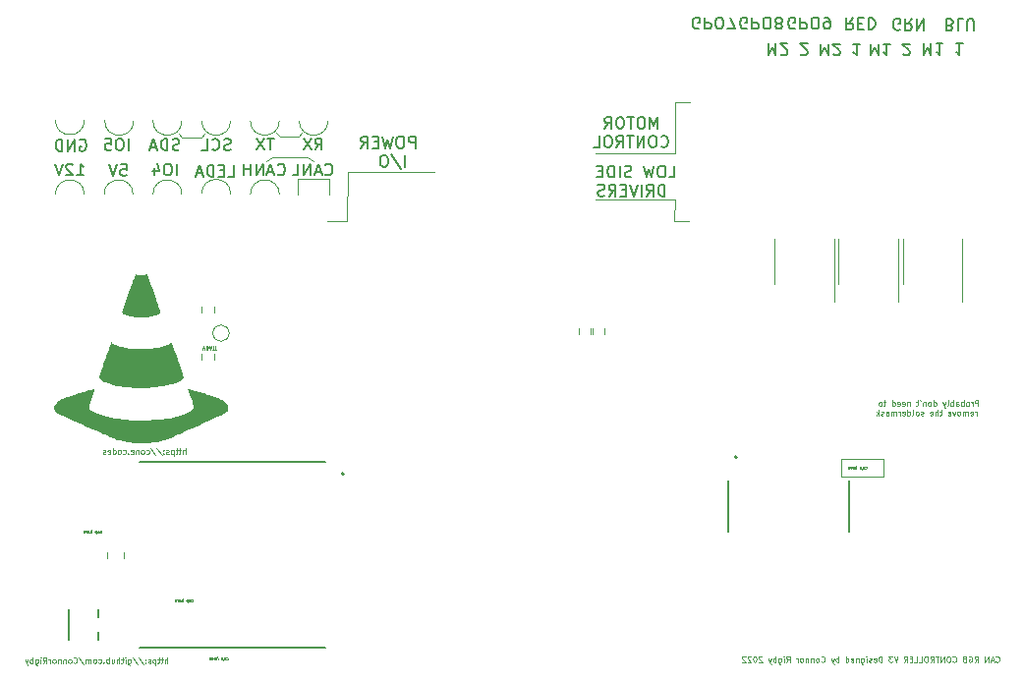
<source format=gbo>
G04 #@! TF.GenerationSoftware,KiCad,Pcbnew,(6.0.2)*
G04 #@! TF.CreationDate,2022-04-26T10:19:42-06:00*
G04 #@! TF.ProjectId,CONEPROJ,434f4e45-5052-44f4-9a2e-6b696361645f,rev?*
G04 #@! TF.SameCoordinates,Original*
G04 #@! TF.FileFunction,Legend,Bot*
G04 #@! TF.FilePolarity,Positive*
%FSLAX46Y46*%
G04 Gerber Fmt 4.6, Leading zero omitted, Abs format (unit mm)*
G04 Created by KiCad (PCBNEW (6.0.2)) date 2022-04-26 10:19:42*
%MOMM*%
%LPD*%
G01*
G04 APERTURE LIST*
%ADD10C,0.120000*%
%ADD11C,0.150000*%
%ADD12C,0.062500*%
%ADD13C,0.125000*%
%ADD14C,0.075000*%
%ADD15C,0.203200*%
%ADD16C,0.200000*%
%ADD17C,0.127000*%
G04 APERTURE END LIST*
D10*
X49450000Y-48250000D02*
X46400000Y-48250000D01*
X47050000Y-51450000D02*
G75*
G03*
X44550000Y-51450000I-1250000J0D01*
G01*
X42850000Y-51400000D02*
G75*
G03*
X40350000Y-51400000I-1250000J0D01*
G01*
X48750000Y-45100000D02*
G75*
G03*
X51250000Y-45100000I1250000J0D01*
G01*
X49950000Y-48550000D02*
X49450000Y-48250000D01*
X81110000Y-51880000D02*
X81100000Y-53750000D01*
X81150000Y-43500000D02*
X82430000Y-43500000D01*
X60400000Y-49490000D02*
X52950000Y-49500000D01*
X38650000Y-46550000D02*
X38350000Y-46250000D01*
X48750000Y-46450000D02*
X47100000Y-46450000D01*
X27750000Y-45050000D02*
G75*
G03*
X30250000Y-45050000I1250000J0D01*
G01*
X34450000Y-51450000D02*
G75*
G03*
X31950000Y-51450000I-1250000J0D01*
G01*
X40550000Y-46250000D02*
X40300000Y-46550000D01*
X51350000Y-50100000D02*
X51350000Y-51450000D01*
X44550000Y-45100000D02*
G75*
G03*
X47050000Y-45100000I1250000J0D01*
G01*
X48600000Y-51450000D02*
X48600000Y-50100000D01*
X38650000Y-51450000D02*
G75*
G03*
X36150000Y-51450000I-1250000J0D01*
G01*
X74290000Y-51860000D02*
X81090000Y-51860000D01*
X49000000Y-46150000D02*
X48750000Y-46450000D01*
X48600000Y-50100000D02*
X51350000Y-50100000D01*
X40350000Y-45100000D02*
G75*
G03*
X42850000Y-45100000I1250000J0D01*
G01*
X52900000Y-53750000D02*
X51200000Y-53750000D01*
X36150000Y-45100000D02*
G75*
G03*
X38650000Y-45100000I1250000J0D01*
G01*
X30250000Y-51450000D02*
G75*
G03*
X27750000Y-51450000I-1250000J0D01*
G01*
X52950000Y-49500000D02*
X52900000Y-53750000D01*
X81100000Y-53750000D02*
X82300000Y-53750000D01*
X32000000Y-45100000D02*
G75*
G03*
X34500000Y-45100000I1250000J0D01*
G01*
X95475000Y-74225000D02*
X99125000Y-74225000D01*
X99125000Y-74225000D02*
X99125000Y-75800000D01*
X99125000Y-75800000D02*
X95475000Y-75800000D01*
X95475000Y-75800000D02*
X95475000Y-74225000D01*
X47100000Y-46450000D02*
X46800000Y-46150000D01*
X40300000Y-46550000D02*
X38650000Y-46550000D01*
X81150000Y-43500000D02*
X81150000Y-47870000D01*
X46400000Y-48250000D02*
X45950000Y-48600000D01*
X74330000Y-47870000D02*
X81130000Y-47870000D01*
D11*
X29619047Y-49802380D02*
X30190476Y-49802380D01*
X29904761Y-49802380D02*
X29904761Y-48802380D01*
X30000000Y-48945238D01*
X30095238Y-49040476D01*
X30190476Y-49088095D01*
X29238095Y-48897619D02*
X29190476Y-48850000D01*
X29095238Y-48802380D01*
X28857142Y-48802380D01*
X28761904Y-48850000D01*
X28714285Y-48897619D01*
X28666666Y-48992857D01*
X28666666Y-49088095D01*
X28714285Y-49230952D01*
X29285714Y-49802380D01*
X28666666Y-49802380D01*
X28380952Y-48802380D02*
X28047619Y-49802380D01*
X27714285Y-48802380D01*
D12*
X31613846Y-80601190D02*
X31639144Y-80613095D01*
X31686763Y-80613095D01*
X31709084Y-80601190D01*
X31719501Y-80589285D01*
X31728430Y-80565476D01*
X31719501Y-80494047D01*
X31704620Y-80470238D01*
X31691227Y-80458333D01*
X31665930Y-80446428D01*
X31618311Y-80446428D01*
X31595989Y-80458333D01*
X31401049Y-80613095D02*
X31384680Y-80482142D01*
X31393608Y-80458333D01*
X31415930Y-80446428D01*
X31463549Y-80446428D01*
X31488846Y-80458333D01*
X31399561Y-80601190D02*
X31424858Y-80613095D01*
X31484382Y-80613095D01*
X31506703Y-80601190D01*
X31515632Y-80577380D01*
X31512656Y-80553571D01*
X31497775Y-80529761D01*
X31472477Y-80517857D01*
X31412953Y-80517857D01*
X31387656Y-80505952D01*
X31261168Y-80446428D02*
X31292418Y-80696428D01*
X31262656Y-80458333D02*
X31237358Y-80446428D01*
X31189739Y-80446428D01*
X31167418Y-80458333D01*
X31157001Y-80470238D01*
X31148072Y-80494047D01*
X31157001Y-80565476D01*
X31171882Y-80589285D01*
X31185275Y-80601190D01*
X31210572Y-80613095D01*
X31258191Y-80613095D01*
X31280513Y-80601190D01*
X30865334Y-80613095D02*
X30834084Y-80363095D01*
X30758191Y-80613095D02*
X30741822Y-80482142D01*
X30750751Y-80458333D01*
X30773072Y-80446428D01*
X30808787Y-80446428D01*
X30834084Y-80458333D01*
X30847477Y-80470238D01*
X30542418Y-80601190D02*
X30567715Y-80613095D01*
X30615334Y-80613095D01*
X30637656Y-80601190D01*
X30646584Y-80577380D01*
X30634680Y-80482142D01*
X30619799Y-80458333D01*
X30594501Y-80446428D01*
X30546882Y-80446428D01*
X30524561Y-80458333D01*
X30515632Y-80482142D01*
X30518608Y-80505952D01*
X30640632Y-80529761D01*
X30424858Y-80613095D02*
X30404025Y-80446428D01*
X30409977Y-80494047D02*
X30395096Y-80470238D01*
X30381703Y-80458333D01*
X30356406Y-80446428D01*
X30332596Y-80446428D01*
X30173370Y-80601190D02*
X30198668Y-80613095D01*
X30246287Y-80613095D01*
X30268608Y-80601190D01*
X30277537Y-80577380D01*
X30265632Y-80482142D01*
X30250751Y-80458333D01*
X30225453Y-80446428D01*
X30177834Y-80446428D01*
X30155513Y-80458333D01*
X30146584Y-80482142D01*
X30149561Y-80505952D01*
X30271584Y-80529761D01*
X97513846Y-75051190D02*
X97539144Y-75063095D01*
X97586763Y-75063095D01*
X97609084Y-75051190D01*
X97619501Y-75039285D01*
X97628430Y-75015476D01*
X97619501Y-74944047D01*
X97604620Y-74920238D01*
X97591227Y-74908333D01*
X97565930Y-74896428D01*
X97518311Y-74896428D01*
X97495989Y-74908333D01*
X97301049Y-75063095D02*
X97284680Y-74932142D01*
X97293608Y-74908333D01*
X97315930Y-74896428D01*
X97363549Y-74896428D01*
X97388846Y-74908333D01*
X97299561Y-75051190D02*
X97324858Y-75063095D01*
X97384382Y-75063095D01*
X97406703Y-75051190D01*
X97415632Y-75027380D01*
X97412656Y-75003571D01*
X97397775Y-74979761D01*
X97372477Y-74967857D01*
X97312953Y-74967857D01*
X97287656Y-74955952D01*
X97161168Y-74896428D02*
X97192418Y-75146428D01*
X97162656Y-74908333D02*
X97137358Y-74896428D01*
X97089739Y-74896428D01*
X97067418Y-74908333D01*
X97057001Y-74920238D01*
X97048072Y-74944047D01*
X97057001Y-75015476D01*
X97071882Y-75039285D01*
X97085275Y-75051190D01*
X97110572Y-75063095D01*
X97158191Y-75063095D01*
X97180513Y-75051190D01*
X96765334Y-75063095D02*
X96734084Y-74813095D01*
X96658191Y-75063095D02*
X96641822Y-74932142D01*
X96650751Y-74908333D01*
X96673072Y-74896428D01*
X96708787Y-74896428D01*
X96734084Y-74908333D01*
X96747477Y-74920238D01*
X96442418Y-75051190D02*
X96467715Y-75063095D01*
X96515334Y-75063095D01*
X96537656Y-75051190D01*
X96546584Y-75027380D01*
X96534680Y-74932142D01*
X96519799Y-74908333D01*
X96494501Y-74896428D01*
X96446882Y-74896428D01*
X96424561Y-74908333D01*
X96415632Y-74932142D01*
X96418608Y-74955952D01*
X96540632Y-74979761D01*
X96324858Y-75063095D02*
X96304025Y-74896428D01*
X96309977Y-74944047D02*
X96295096Y-74920238D01*
X96281703Y-74908333D01*
X96256406Y-74896428D01*
X96232596Y-74896428D01*
X96073370Y-75051190D02*
X96098668Y-75063095D01*
X96146287Y-75063095D01*
X96168608Y-75051190D01*
X96177537Y-75027380D01*
X96165632Y-74932142D01*
X96150751Y-74908333D01*
X96125453Y-74896428D01*
X96077834Y-74896428D01*
X96055513Y-74908333D01*
X96046584Y-74932142D01*
X96049561Y-74955952D01*
X96171584Y-74979761D01*
D11*
X96477142Y-36237619D02*
X96143809Y-36713809D01*
X95905714Y-36237619D02*
X95905714Y-37237619D01*
X96286666Y-37237619D01*
X96381904Y-37190000D01*
X96429523Y-37142380D01*
X96477142Y-37047142D01*
X96477142Y-36904285D01*
X96429523Y-36809047D01*
X96381904Y-36761428D01*
X96286666Y-36713809D01*
X95905714Y-36713809D01*
X96905714Y-36761428D02*
X97239047Y-36761428D01*
X97381904Y-36237619D02*
X96905714Y-36237619D01*
X96905714Y-37237619D01*
X97381904Y-37237619D01*
X97810476Y-36237619D02*
X97810476Y-37237619D01*
X98048571Y-37237619D01*
X98191428Y-37190000D01*
X98286666Y-37094761D01*
X98334285Y-36999523D01*
X98381904Y-36809047D01*
X98381904Y-36666190D01*
X98334285Y-36475714D01*
X98286666Y-36380476D01*
X98191428Y-36285238D01*
X98048571Y-36237619D01*
X97810476Y-36237619D01*
X46916666Y-49707142D02*
X46964285Y-49754761D01*
X47107142Y-49802380D01*
X47202380Y-49802380D01*
X47345238Y-49754761D01*
X47440476Y-49659523D01*
X47488095Y-49564285D01*
X47535714Y-49373809D01*
X47535714Y-49230952D01*
X47488095Y-49040476D01*
X47440476Y-48945238D01*
X47345238Y-48850000D01*
X47202380Y-48802380D01*
X47107142Y-48802380D01*
X46964285Y-48850000D01*
X46916666Y-48897619D01*
X46535714Y-49516666D02*
X46059523Y-49516666D01*
X46630952Y-49802380D02*
X46297619Y-48802380D01*
X45964285Y-49802380D01*
X45630952Y-49802380D02*
X45630952Y-48802380D01*
X45059523Y-49802380D01*
X45059523Y-48802380D01*
X44583333Y-49802380D02*
X44583333Y-48802380D01*
X44583333Y-49278571D02*
X44011904Y-49278571D01*
X44011904Y-49802380D02*
X44011904Y-48802380D01*
X42840476Y-47604761D02*
X42697619Y-47652380D01*
X42459523Y-47652380D01*
X42364285Y-47604761D01*
X42316666Y-47557142D01*
X42269047Y-47461904D01*
X42269047Y-47366666D01*
X42316666Y-47271428D01*
X42364285Y-47223809D01*
X42459523Y-47176190D01*
X42650000Y-47128571D01*
X42745238Y-47080952D01*
X42792857Y-47033333D01*
X42840476Y-46938095D01*
X42840476Y-46842857D01*
X42792857Y-46747619D01*
X42745238Y-46700000D01*
X42650000Y-46652380D01*
X42411904Y-46652380D01*
X42269047Y-46700000D01*
X41269047Y-47557142D02*
X41316666Y-47604761D01*
X41459523Y-47652380D01*
X41554761Y-47652380D01*
X41697619Y-47604761D01*
X41792857Y-47509523D01*
X41840476Y-47414285D01*
X41888095Y-47223809D01*
X41888095Y-47080952D01*
X41840476Y-46890476D01*
X41792857Y-46795238D01*
X41697619Y-46700000D01*
X41554761Y-46652380D01*
X41459523Y-46652380D01*
X41316666Y-46700000D01*
X41269047Y-46747619D01*
X40364285Y-47652380D02*
X40840476Y-47652380D01*
X40840476Y-46652380D01*
X83201904Y-37140000D02*
X83106666Y-37187619D01*
X82963809Y-37187619D01*
X82820952Y-37140000D01*
X82725714Y-37044761D01*
X82678095Y-36949523D01*
X82630476Y-36759047D01*
X82630476Y-36616190D01*
X82678095Y-36425714D01*
X82725714Y-36330476D01*
X82820952Y-36235238D01*
X82963809Y-36187619D01*
X83059047Y-36187619D01*
X83201904Y-36235238D01*
X83249523Y-36282857D01*
X83249523Y-36616190D01*
X83059047Y-36616190D01*
X83678095Y-36187619D02*
X83678095Y-37187619D01*
X84059047Y-37187619D01*
X84154285Y-37140000D01*
X84201904Y-37092380D01*
X84249523Y-36997142D01*
X84249523Y-36854285D01*
X84201904Y-36759047D01*
X84154285Y-36711428D01*
X84059047Y-36663809D01*
X83678095Y-36663809D01*
X84868571Y-37187619D02*
X85059047Y-37187619D01*
X85154285Y-37140000D01*
X85249523Y-37044761D01*
X85297142Y-36854285D01*
X85297142Y-36520952D01*
X85249523Y-36330476D01*
X85154285Y-36235238D01*
X85059047Y-36187619D01*
X84868571Y-36187619D01*
X84773333Y-36235238D01*
X84678095Y-36330476D01*
X84630476Y-36520952D01*
X84630476Y-36854285D01*
X84678095Y-37044761D01*
X84773333Y-37140000D01*
X84868571Y-37187619D01*
X85630476Y-37187619D02*
X86297142Y-37187619D01*
X85868571Y-36187619D01*
X42621428Y-49902380D02*
X43097619Y-49902380D01*
X43097619Y-48902380D01*
X42288095Y-49378571D02*
X41954761Y-49378571D01*
X41811904Y-49902380D02*
X42288095Y-49902380D01*
X42288095Y-48902380D01*
X41811904Y-48902380D01*
X41383333Y-49902380D02*
X41383333Y-48902380D01*
X41145238Y-48902380D01*
X41002380Y-48950000D01*
X40907142Y-49045238D01*
X40859523Y-49140476D01*
X40811904Y-49330952D01*
X40811904Y-49473809D01*
X40859523Y-49664285D01*
X40907142Y-49759523D01*
X41002380Y-49854761D01*
X41145238Y-49902380D01*
X41383333Y-49902380D01*
X40430952Y-49616666D02*
X39954761Y-49616666D01*
X40526190Y-49902380D02*
X40192857Y-48902380D01*
X39859523Y-49902380D01*
X58759523Y-47447380D02*
X58759523Y-46447380D01*
X58378571Y-46447380D01*
X58283333Y-46495000D01*
X58235714Y-46542619D01*
X58188095Y-46637857D01*
X58188095Y-46780714D01*
X58235714Y-46875952D01*
X58283333Y-46923571D01*
X58378571Y-46971190D01*
X58759523Y-46971190D01*
X57569047Y-46447380D02*
X57378571Y-46447380D01*
X57283333Y-46495000D01*
X57188095Y-46590238D01*
X57140476Y-46780714D01*
X57140476Y-47114047D01*
X57188095Y-47304523D01*
X57283333Y-47399761D01*
X57378571Y-47447380D01*
X57569047Y-47447380D01*
X57664285Y-47399761D01*
X57759523Y-47304523D01*
X57807142Y-47114047D01*
X57807142Y-46780714D01*
X57759523Y-46590238D01*
X57664285Y-46495000D01*
X57569047Y-46447380D01*
X56807142Y-46447380D02*
X56569047Y-47447380D01*
X56378571Y-46733095D01*
X56188095Y-47447380D01*
X55950000Y-46447380D01*
X55569047Y-46923571D02*
X55235714Y-46923571D01*
X55092857Y-47447380D02*
X55569047Y-47447380D01*
X55569047Y-46447380D01*
X55092857Y-46447380D01*
X54092857Y-47447380D02*
X54426190Y-46971190D01*
X54664285Y-47447380D02*
X54664285Y-46447380D01*
X54283333Y-46447380D01*
X54188095Y-46495000D01*
X54140476Y-46542619D01*
X54092857Y-46637857D01*
X54092857Y-46780714D01*
X54140476Y-46875952D01*
X54188095Y-46923571D01*
X54283333Y-46971190D01*
X54664285Y-46971190D01*
X57878571Y-49057380D02*
X57878571Y-48057380D01*
X56688095Y-48009761D02*
X57545238Y-49295476D01*
X56164285Y-48057380D02*
X55973809Y-48057380D01*
X55878571Y-48105000D01*
X55783333Y-48200238D01*
X55735714Y-48390714D01*
X55735714Y-48724047D01*
X55783333Y-48914523D01*
X55878571Y-49009761D01*
X55973809Y-49057380D01*
X56164285Y-49057380D01*
X56259523Y-49009761D01*
X56354761Y-48914523D01*
X56402380Y-48724047D01*
X56402380Y-48390714D01*
X56354761Y-48200238D01*
X56259523Y-48105000D01*
X56164285Y-48057380D01*
X87301905Y-37140000D02*
X87206667Y-37187619D01*
X87063810Y-37187619D01*
X86920953Y-37140000D01*
X86825715Y-37044761D01*
X86778096Y-36949523D01*
X86730477Y-36759047D01*
X86730477Y-36616190D01*
X86778096Y-36425714D01*
X86825715Y-36330476D01*
X86920953Y-36235238D01*
X87063810Y-36187619D01*
X87159048Y-36187619D01*
X87301905Y-36235238D01*
X87349524Y-36282857D01*
X87349524Y-36616190D01*
X87159048Y-36616190D01*
X87778096Y-36187619D02*
X87778096Y-37187619D01*
X88159048Y-37187619D01*
X88254286Y-37140000D01*
X88301905Y-37092380D01*
X88349524Y-36997142D01*
X88349524Y-36854285D01*
X88301905Y-36759047D01*
X88254286Y-36711428D01*
X88159048Y-36663809D01*
X87778096Y-36663809D01*
X88968572Y-37187619D02*
X89159048Y-37187619D01*
X89254286Y-37140000D01*
X89349524Y-37044761D01*
X89397143Y-36854285D01*
X89397143Y-36520952D01*
X89349524Y-36330476D01*
X89254286Y-36235238D01*
X89159048Y-36187619D01*
X88968572Y-36187619D01*
X88873334Y-36235238D01*
X88778096Y-36330476D01*
X88730477Y-36520952D01*
X88730477Y-36854285D01*
X88778096Y-37044761D01*
X88873334Y-37140000D01*
X88968572Y-37187619D01*
X89968572Y-36759047D02*
X89873334Y-36806666D01*
X89825715Y-36854285D01*
X89778096Y-36949523D01*
X89778096Y-36997142D01*
X89825715Y-37092380D01*
X89873334Y-37140000D01*
X89968572Y-37187619D01*
X90159048Y-37187619D01*
X90254286Y-37140000D01*
X90301905Y-37092380D01*
X90349524Y-36997142D01*
X90349524Y-36949523D01*
X90301905Y-36854285D01*
X90254286Y-36806666D01*
X90159048Y-36759047D01*
X89968572Y-36759047D01*
X89873334Y-36711428D01*
X89825715Y-36663809D01*
X89778096Y-36568571D01*
X89778096Y-36378095D01*
X89825715Y-36282857D01*
X89873334Y-36235238D01*
X89968572Y-36187619D01*
X90159048Y-36187619D01*
X90254286Y-36235238D01*
X90301905Y-36282857D01*
X90349524Y-36378095D01*
X90349524Y-36568571D01*
X90301905Y-36663809D01*
X90254286Y-36711428D01*
X90159048Y-36759047D01*
X38200000Y-49802380D02*
X38200000Y-48802380D01*
X37533333Y-48802380D02*
X37342857Y-48802380D01*
X37247619Y-48850000D01*
X37152380Y-48945238D01*
X37104761Y-49135714D01*
X37104761Y-49469047D01*
X37152380Y-49659523D01*
X37247619Y-49754761D01*
X37342857Y-49802380D01*
X37533333Y-49802380D01*
X37628571Y-49754761D01*
X37723809Y-49659523D01*
X37771428Y-49469047D01*
X37771428Y-49135714D01*
X37723809Y-48945238D01*
X37628571Y-48850000D01*
X37533333Y-48802380D01*
X36247619Y-49135714D02*
X36247619Y-49802380D01*
X36485714Y-48754761D02*
X36723809Y-49469047D01*
X36104761Y-49469047D01*
X102533333Y-38457619D02*
X102533333Y-39457619D01*
X102866666Y-38743333D01*
X103200000Y-39457619D01*
X103200000Y-38457619D01*
X104200000Y-38457619D02*
X103628571Y-38457619D01*
X103914285Y-38457619D02*
X103914285Y-39457619D01*
X103819047Y-39314761D01*
X103723809Y-39219523D01*
X103628571Y-39171904D01*
X105914285Y-38457619D02*
X105342857Y-38457619D01*
X105628571Y-38457619D02*
X105628571Y-39457619D01*
X105533333Y-39314761D01*
X105438095Y-39219523D01*
X105342857Y-39171904D01*
D12*
X42488846Y-91501190D02*
X42514144Y-91513095D01*
X42561763Y-91513095D01*
X42584084Y-91501190D01*
X42594501Y-91489285D01*
X42603430Y-91465476D01*
X42594501Y-91394047D01*
X42579620Y-91370238D01*
X42566227Y-91358333D01*
X42540930Y-91346428D01*
X42493311Y-91346428D01*
X42470989Y-91358333D01*
X42276049Y-91513095D02*
X42259680Y-91382142D01*
X42268608Y-91358333D01*
X42290930Y-91346428D01*
X42338549Y-91346428D01*
X42363846Y-91358333D01*
X42274561Y-91501190D02*
X42299858Y-91513095D01*
X42359382Y-91513095D01*
X42381703Y-91501190D01*
X42390632Y-91477380D01*
X42387656Y-91453571D01*
X42372775Y-91429761D01*
X42347477Y-91417857D01*
X42287953Y-91417857D01*
X42262656Y-91405952D01*
X42136168Y-91346428D02*
X42167418Y-91596428D01*
X42137656Y-91358333D02*
X42112358Y-91346428D01*
X42064739Y-91346428D01*
X42042418Y-91358333D01*
X42032001Y-91370238D01*
X42023072Y-91394047D01*
X42032001Y-91465476D01*
X42046882Y-91489285D01*
X42060275Y-91501190D01*
X42085572Y-91513095D01*
X42133191Y-91513095D01*
X42155513Y-91501190D01*
X41740334Y-91513095D02*
X41709084Y-91263095D01*
X41633191Y-91513095D02*
X41616822Y-91382142D01*
X41625751Y-91358333D01*
X41648072Y-91346428D01*
X41683787Y-91346428D01*
X41709084Y-91358333D01*
X41722477Y-91370238D01*
X41417418Y-91501190D02*
X41442715Y-91513095D01*
X41490334Y-91513095D01*
X41512656Y-91501190D01*
X41521584Y-91477380D01*
X41509680Y-91382142D01*
X41494799Y-91358333D01*
X41469501Y-91346428D01*
X41421882Y-91346428D01*
X41399561Y-91358333D01*
X41390632Y-91382142D01*
X41393608Y-91405952D01*
X41515632Y-91429761D01*
X41299858Y-91513095D02*
X41279025Y-91346428D01*
X41284977Y-91394047D02*
X41270096Y-91370238D01*
X41256703Y-91358333D01*
X41231406Y-91346428D01*
X41207596Y-91346428D01*
X41048370Y-91501190D02*
X41073668Y-91513095D01*
X41121287Y-91513095D01*
X41143608Y-91501190D01*
X41152537Y-91477380D01*
X41140632Y-91382142D01*
X41125751Y-91358333D01*
X41100453Y-91346428D01*
X41052834Y-91346428D01*
X41030513Y-91358333D01*
X41021584Y-91382142D01*
X41024561Y-91405952D01*
X41146584Y-91429761D01*
D11*
X93683333Y-38467619D02*
X93683333Y-39467619D01*
X94016666Y-38753333D01*
X94350000Y-39467619D01*
X94350000Y-38467619D01*
X94778571Y-39372380D02*
X94826190Y-39420000D01*
X94921428Y-39467619D01*
X95159523Y-39467619D01*
X95254761Y-39420000D01*
X95302380Y-39372380D01*
X95350000Y-39277142D01*
X95350000Y-39181904D01*
X95302380Y-39039047D01*
X94730952Y-38467619D01*
X95350000Y-38467619D01*
X97064285Y-38467619D02*
X96492857Y-38467619D01*
X96778571Y-38467619D02*
X96778571Y-39467619D01*
X96683333Y-39324761D01*
X96588095Y-39229523D01*
X96492857Y-39181904D01*
D13*
X108773809Y-91678571D02*
X108797619Y-91702380D01*
X108869047Y-91726190D01*
X108916666Y-91726190D01*
X108988095Y-91702380D01*
X109035714Y-91654761D01*
X109059523Y-91607142D01*
X109083333Y-91511904D01*
X109083333Y-91440476D01*
X109059523Y-91345238D01*
X109035714Y-91297619D01*
X108988095Y-91250000D01*
X108916666Y-91226190D01*
X108869047Y-91226190D01*
X108797619Y-91250000D01*
X108773809Y-91273809D01*
X108583333Y-91583333D02*
X108345238Y-91583333D01*
X108630952Y-91726190D02*
X108464285Y-91226190D01*
X108297619Y-91726190D01*
X108130952Y-91726190D02*
X108130952Y-91226190D01*
X107845238Y-91726190D01*
X107845238Y-91226190D01*
X106940476Y-91726190D02*
X107107142Y-91488095D01*
X107226190Y-91726190D02*
X107226190Y-91226190D01*
X107035714Y-91226190D01*
X106988095Y-91250000D01*
X106964285Y-91273809D01*
X106940476Y-91321428D01*
X106940476Y-91392857D01*
X106964285Y-91440476D01*
X106988095Y-91464285D01*
X107035714Y-91488095D01*
X107226190Y-91488095D01*
X106464285Y-91250000D02*
X106511904Y-91226190D01*
X106583333Y-91226190D01*
X106654761Y-91250000D01*
X106702380Y-91297619D01*
X106726190Y-91345238D01*
X106749999Y-91440476D01*
X106749999Y-91511904D01*
X106726190Y-91607142D01*
X106702380Y-91654761D01*
X106654761Y-91702380D01*
X106583333Y-91726190D01*
X106535714Y-91726190D01*
X106464285Y-91702380D01*
X106440476Y-91678571D01*
X106440476Y-91511904D01*
X106535714Y-91511904D01*
X106059523Y-91464285D02*
X105988095Y-91488095D01*
X105964285Y-91511904D01*
X105940476Y-91559523D01*
X105940476Y-91630952D01*
X105964285Y-91678571D01*
X105988095Y-91702380D01*
X106035714Y-91726190D01*
X106226190Y-91726190D01*
X106226190Y-91226190D01*
X106059523Y-91226190D01*
X106011904Y-91250000D01*
X105988095Y-91273809D01*
X105964285Y-91321428D01*
X105964285Y-91369047D01*
X105988095Y-91416666D01*
X106011904Y-91440476D01*
X106059523Y-91464285D01*
X106226190Y-91464285D01*
X105059523Y-91678571D02*
X105083333Y-91702380D01*
X105154761Y-91726190D01*
X105202380Y-91726190D01*
X105273809Y-91702380D01*
X105321428Y-91654761D01*
X105345238Y-91607142D01*
X105369047Y-91511904D01*
X105369047Y-91440476D01*
X105345238Y-91345238D01*
X105321428Y-91297619D01*
X105273809Y-91250000D01*
X105202380Y-91226190D01*
X105154761Y-91226190D01*
X105083333Y-91250000D01*
X105059523Y-91273809D01*
X104750000Y-91226190D02*
X104654761Y-91226190D01*
X104607142Y-91250000D01*
X104559523Y-91297619D01*
X104535714Y-91392857D01*
X104535714Y-91559523D01*
X104559523Y-91654761D01*
X104607142Y-91702380D01*
X104654761Y-91726190D01*
X104750000Y-91726190D01*
X104797619Y-91702380D01*
X104845238Y-91654761D01*
X104869047Y-91559523D01*
X104869047Y-91392857D01*
X104845238Y-91297619D01*
X104797619Y-91250000D01*
X104750000Y-91226190D01*
X104321428Y-91726190D02*
X104321428Y-91226190D01*
X104035714Y-91726190D01*
X104035714Y-91226190D01*
X103869047Y-91226190D02*
X103583333Y-91226190D01*
X103726190Y-91726190D02*
X103726190Y-91226190D01*
X103130952Y-91726190D02*
X103297619Y-91488095D01*
X103416666Y-91726190D02*
X103416666Y-91226190D01*
X103226190Y-91226190D01*
X103178571Y-91250000D01*
X103154761Y-91273809D01*
X103130952Y-91321428D01*
X103130952Y-91392857D01*
X103154761Y-91440476D01*
X103178571Y-91464285D01*
X103226190Y-91488095D01*
X103416666Y-91488095D01*
X102821428Y-91226190D02*
X102726190Y-91226190D01*
X102678571Y-91250000D01*
X102630952Y-91297619D01*
X102607142Y-91392857D01*
X102607142Y-91559523D01*
X102630952Y-91654761D01*
X102678571Y-91702380D01*
X102726190Y-91726190D01*
X102821428Y-91726190D01*
X102869047Y-91702380D01*
X102916666Y-91654761D01*
X102940476Y-91559523D01*
X102940476Y-91392857D01*
X102916666Y-91297619D01*
X102869047Y-91250000D01*
X102821428Y-91226190D01*
X102154761Y-91726190D02*
X102392857Y-91726190D01*
X102392857Y-91226190D01*
X101750000Y-91726190D02*
X101988095Y-91726190D01*
X101988095Y-91226190D01*
X101583333Y-91464285D02*
X101416666Y-91464285D01*
X101345238Y-91726190D02*
X101583333Y-91726190D01*
X101583333Y-91226190D01*
X101345238Y-91226190D01*
X100845238Y-91726190D02*
X101011904Y-91488095D01*
X101130952Y-91726190D02*
X101130952Y-91226190D01*
X100940476Y-91226190D01*
X100892857Y-91250000D01*
X100869047Y-91273809D01*
X100845238Y-91321428D01*
X100845238Y-91392857D01*
X100869047Y-91440476D01*
X100892857Y-91464285D01*
X100940476Y-91488095D01*
X101130952Y-91488095D01*
X100321428Y-91226190D02*
X100154761Y-91726190D01*
X99988095Y-91226190D01*
X99869047Y-91226190D02*
X99559523Y-91226190D01*
X99726190Y-91416666D01*
X99654761Y-91416666D01*
X99607142Y-91440476D01*
X99583333Y-91464285D01*
X99559523Y-91511904D01*
X99559523Y-91630952D01*
X99583333Y-91678571D01*
X99607142Y-91702380D01*
X99654761Y-91726190D01*
X99797619Y-91726190D01*
X99845238Y-91702380D01*
X99869047Y-91678571D01*
X98964285Y-91726190D02*
X98964285Y-91226190D01*
X98845238Y-91226190D01*
X98773809Y-91250000D01*
X98726190Y-91297619D01*
X98702380Y-91345238D01*
X98678571Y-91440476D01*
X98678571Y-91511904D01*
X98702380Y-91607142D01*
X98726190Y-91654761D01*
X98773809Y-91702380D01*
X98845238Y-91726190D01*
X98964285Y-91726190D01*
X98273809Y-91702380D02*
X98321428Y-91726190D01*
X98416666Y-91726190D01*
X98464285Y-91702380D01*
X98488095Y-91654761D01*
X98488095Y-91464285D01*
X98464285Y-91416666D01*
X98416666Y-91392857D01*
X98321428Y-91392857D01*
X98273809Y-91416666D01*
X98250000Y-91464285D01*
X98250000Y-91511904D01*
X98488095Y-91559523D01*
X98059523Y-91702380D02*
X98011904Y-91726190D01*
X97916666Y-91726190D01*
X97869047Y-91702380D01*
X97845238Y-91654761D01*
X97845238Y-91630952D01*
X97869047Y-91583333D01*
X97916666Y-91559523D01*
X97988095Y-91559523D01*
X98035714Y-91535714D01*
X98059523Y-91488095D01*
X98059523Y-91464285D01*
X98035714Y-91416666D01*
X97988095Y-91392857D01*
X97916666Y-91392857D01*
X97869047Y-91416666D01*
X97630952Y-91726190D02*
X97630952Y-91392857D01*
X97630952Y-91226190D02*
X97654761Y-91250000D01*
X97630952Y-91273809D01*
X97607142Y-91250000D01*
X97630952Y-91226190D01*
X97630952Y-91273809D01*
X97178571Y-91392857D02*
X97178571Y-91797619D01*
X97202380Y-91845238D01*
X97226190Y-91869047D01*
X97273809Y-91892857D01*
X97345238Y-91892857D01*
X97392857Y-91869047D01*
X97178571Y-91702380D02*
X97226190Y-91726190D01*
X97321428Y-91726190D01*
X97369047Y-91702380D01*
X97392857Y-91678571D01*
X97416666Y-91630952D01*
X97416666Y-91488095D01*
X97392857Y-91440476D01*
X97369047Y-91416666D01*
X97321428Y-91392857D01*
X97226190Y-91392857D01*
X97178571Y-91416666D01*
X96940476Y-91392857D02*
X96940476Y-91726190D01*
X96940476Y-91440476D02*
X96916666Y-91416666D01*
X96869047Y-91392857D01*
X96797619Y-91392857D01*
X96750000Y-91416666D01*
X96726190Y-91464285D01*
X96726190Y-91726190D01*
X96297619Y-91702380D02*
X96345238Y-91726190D01*
X96440476Y-91726190D01*
X96488095Y-91702380D01*
X96511904Y-91654761D01*
X96511904Y-91464285D01*
X96488095Y-91416666D01*
X96440476Y-91392857D01*
X96345238Y-91392857D01*
X96297619Y-91416666D01*
X96273809Y-91464285D01*
X96273809Y-91511904D01*
X96511904Y-91559523D01*
X95845238Y-91726190D02*
X95845238Y-91226190D01*
X95845238Y-91702380D02*
X95892857Y-91726190D01*
X95988095Y-91726190D01*
X96035714Y-91702380D01*
X96059523Y-91678571D01*
X96083333Y-91630952D01*
X96083333Y-91488095D01*
X96059523Y-91440476D01*
X96035714Y-91416666D01*
X95988095Y-91392857D01*
X95892857Y-91392857D01*
X95845238Y-91416666D01*
X95226190Y-91726190D02*
X95226190Y-91226190D01*
X95226190Y-91416666D02*
X95178571Y-91392857D01*
X95083333Y-91392857D01*
X95035714Y-91416666D01*
X95011904Y-91440476D01*
X94988095Y-91488095D01*
X94988095Y-91630952D01*
X95011904Y-91678571D01*
X95035714Y-91702380D01*
X95083333Y-91726190D01*
X95178571Y-91726190D01*
X95226190Y-91702380D01*
X94821428Y-91392857D02*
X94702380Y-91726190D01*
X94583333Y-91392857D02*
X94702380Y-91726190D01*
X94750000Y-91845238D01*
X94773809Y-91869047D01*
X94821428Y-91892857D01*
X93726190Y-91678571D02*
X93750000Y-91702380D01*
X93821428Y-91726190D01*
X93869047Y-91726190D01*
X93940476Y-91702380D01*
X93988095Y-91654761D01*
X94011904Y-91607142D01*
X94035714Y-91511904D01*
X94035714Y-91440476D01*
X94011904Y-91345238D01*
X93988095Y-91297619D01*
X93940476Y-91250000D01*
X93869047Y-91226190D01*
X93821428Y-91226190D01*
X93750000Y-91250000D01*
X93726190Y-91273809D01*
X93440476Y-91726190D02*
X93488095Y-91702380D01*
X93511904Y-91678571D01*
X93535714Y-91630952D01*
X93535714Y-91488095D01*
X93511904Y-91440476D01*
X93488095Y-91416666D01*
X93440476Y-91392857D01*
X93369047Y-91392857D01*
X93321428Y-91416666D01*
X93297619Y-91440476D01*
X93273809Y-91488095D01*
X93273809Y-91630952D01*
X93297619Y-91678571D01*
X93321428Y-91702380D01*
X93369047Y-91726190D01*
X93440476Y-91726190D01*
X93059523Y-91392857D02*
X93059523Y-91726190D01*
X93059523Y-91440476D02*
X93035714Y-91416666D01*
X92988095Y-91392857D01*
X92916666Y-91392857D01*
X92869047Y-91416666D01*
X92845238Y-91464285D01*
X92845238Y-91726190D01*
X92607142Y-91392857D02*
X92607142Y-91726190D01*
X92607142Y-91440476D02*
X92583333Y-91416666D01*
X92535714Y-91392857D01*
X92464285Y-91392857D01*
X92416666Y-91416666D01*
X92392857Y-91464285D01*
X92392857Y-91726190D01*
X92083333Y-91726190D02*
X92130952Y-91702380D01*
X92154761Y-91678571D01*
X92178571Y-91630952D01*
X92178571Y-91488095D01*
X92154761Y-91440476D01*
X92130952Y-91416666D01*
X92083333Y-91392857D01*
X92011904Y-91392857D01*
X91964285Y-91416666D01*
X91940476Y-91440476D01*
X91916666Y-91488095D01*
X91916666Y-91630952D01*
X91940476Y-91678571D01*
X91964285Y-91702380D01*
X92011904Y-91726190D01*
X92083333Y-91726190D01*
X91702380Y-91726190D02*
X91702380Y-91392857D01*
X91702380Y-91488095D02*
X91678571Y-91440476D01*
X91654761Y-91416666D01*
X91607142Y-91392857D01*
X91559523Y-91392857D01*
X90726190Y-91726190D02*
X90892857Y-91488095D01*
X91011904Y-91726190D02*
X91011904Y-91226190D01*
X90821428Y-91226190D01*
X90773809Y-91250000D01*
X90750000Y-91273809D01*
X90726190Y-91321428D01*
X90726190Y-91392857D01*
X90750000Y-91440476D01*
X90773809Y-91464285D01*
X90821428Y-91488095D01*
X91011904Y-91488095D01*
X90511904Y-91726190D02*
X90511904Y-91392857D01*
X90511904Y-91226190D02*
X90535714Y-91250000D01*
X90511904Y-91273809D01*
X90488095Y-91250000D01*
X90511904Y-91226190D01*
X90511904Y-91273809D01*
X90059523Y-91392857D02*
X90059523Y-91797619D01*
X90083333Y-91845238D01*
X90107142Y-91869047D01*
X90154761Y-91892857D01*
X90226190Y-91892857D01*
X90273809Y-91869047D01*
X90059523Y-91702380D02*
X90107142Y-91726190D01*
X90202380Y-91726190D01*
X90250000Y-91702380D01*
X90273809Y-91678571D01*
X90297619Y-91630952D01*
X90297619Y-91488095D01*
X90273809Y-91440476D01*
X90250000Y-91416666D01*
X90202380Y-91392857D01*
X90107142Y-91392857D01*
X90059523Y-91416666D01*
X89821428Y-91726190D02*
X89821428Y-91226190D01*
X89821428Y-91416666D02*
X89773809Y-91392857D01*
X89678571Y-91392857D01*
X89630952Y-91416666D01*
X89607142Y-91440476D01*
X89583333Y-91488095D01*
X89583333Y-91630952D01*
X89607142Y-91678571D01*
X89630952Y-91702380D01*
X89678571Y-91726190D01*
X89773809Y-91726190D01*
X89821428Y-91702380D01*
X89416666Y-91392857D02*
X89297619Y-91726190D01*
X89178571Y-91392857D02*
X89297619Y-91726190D01*
X89345238Y-91845238D01*
X89369047Y-91869047D01*
X89416666Y-91892857D01*
X88630952Y-91273809D02*
X88607142Y-91250000D01*
X88559523Y-91226190D01*
X88440476Y-91226190D01*
X88392857Y-91250000D01*
X88369047Y-91273809D01*
X88345238Y-91321428D01*
X88345238Y-91369047D01*
X88369047Y-91440476D01*
X88654761Y-91726190D01*
X88345238Y-91726190D01*
X88035714Y-91226190D02*
X87988095Y-91226190D01*
X87940476Y-91250000D01*
X87916666Y-91273809D01*
X87892857Y-91321428D01*
X87869047Y-91416666D01*
X87869047Y-91535714D01*
X87892857Y-91630952D01*
X87916666Y-91678571D01*
X87940476Y-91702380D01*
X87988095Y-91726190D01*
X88035714Y-91726190D01*
X88083333Y-91702380D01*
X88107142Y-91678571D01*
X88130952Y-91630952D01*
X88154761Y-91535714D01*
X88154761Y-91416666D01*
X88130952Y-91321428D01*
X88107142Y-91273809D01*
X88083333Y-91250000D01*
X88035714Y-91226190D01*
X87678571Y-91273809D02*
X87654761Y-91250000D01*
X87607142Y-91226190D01*
X87488095Y-91226190D01*
X87440476Y-91250000D01*
X87416666Y-91273809D01*
X87392857Y-91321428D01*
X87392857Y-91369047D01*
X87416666Y-91440476D01*
X87702380Y-91726190D01*
X87392857Y-91726190D01*
X87202380Y-91273809D02*
X87178571Y-91250000D01*
X87130952Y-91226190D01*
X87011904Y-91226190D01*
X86964285Y-91250000D01*
X86940476Y-91273809D01*
X86916666Y-91321428D01*
X86916666Y-91369047D01*
X86940476Y-91440476D01*
X87226190Y-91726190D01*
X86916666Y-91726190D01*
D11*
X80604285Y-49977380D02*
X81080476Y-49977380D01*
X81080476Y-48977380D01*
X80080476Y-48977380D02*
X79890000Y-48977380D01*
X79794761Y-49025000D01*
X79699523Y-49120238D01*
X79651904Y-49310714D01*
X79651904Y-49644047D01*
X79699523Y-49834523D01*
X79794761Y-49929761D01*
X79890000Y-49977380D01*
X80080476Y-49977380D01*
X80175714Y-49929761D01*
X80270952Y-49834523D01*
X80318571Y-49644047D01*
X80318571Y-49310714D01*
X80270952Y-49120238D01*
X80175714Y-49025000D01*
X80080476Y-48977380D01*
X79318571Y-48977380D02*
X79080476Y-49977380D01*
X78890000Y-49263095D01*
X78699523Y-49977380D01*
X78461428Y-48977380D01*
X77366190Y-49929761D02*
X77223333Y-49977380D01*
X76985238Y-49977380D01*
X76890000Y-49929761D01*
X76842380Y-49882142D01*
X76794761Y-49786904D01*
X76794761Y-49691666D01*
X76842380Y-49596428D01*
X76890000Y-49548809D01*
X76985238Y-49501190D01*
X77175714Y-49453571D01*
X77270952Y-49405952D01*
X77318571Y-49358333D01*
X77366190Y-49263095D01*
X77366190Y-49167857D01*
X77318571Y-49072619D01*
X77270952Y-49025000D01*
X77175714Y-48977380D01*
X76937619Y-48977380D01*
X76794761Y-49025000D01*
X76366190Y-49977380D02*
X76366190Y-48977380D01*
X75890000Y-49977380D02*
X75890000Y-48977380D01*
X75651904Y-48977380D01*
X75509047Y-49025000D01*
X75413809Y-49120238D01*
X75366190Y-49215476D01*
X75318571Y-49405952D01*
X75318571Y-49548809D01*
X75366190Y-49739285D01*
X75413809Y-49834523D01*
X75509047Y-49929761D01*
X75651904Y-49977380D01*
X75890000Y-49977380D01*
X74890000Y-49453571D02*
X74556666Y-49453571D01*
X74413809Y-49977380D02*
X74890000Y-49977380D01*
X74890000Y-48977380D01*
X74413809Y-48977380D01*
X80247142Y-51587380D02*
X80247142Y-50587380D01*
X80009047Y-50587380D01*
X79866190Y-50635000D01*
X79770952Y-50730238D01*
X79723333Y-50825476D01*
X79675714Y-51015952D01*
X79675714Y-51158809D01*
X79723333Y-51349285D01*
X79770952Y-51444523D01*
X79866190Y-51539761D01*
X80009047Y-51587380D01*
X80247142Y-51587380D01*
X78675714Y-51587380D02*
X79009047Y-51111190D01*
X79247142Y-51587380D02*
X79247142Y-50587380D01*
X78866190Y-50587380D01*
X78770952Y-50635000D01*
X78723333Y-50682619D01*
X78675714Y-50777857D01*
X78675714Y-50920714D01*
X78723333Y-51015952D01*
X78770952Y-51063571D01*
X78866190Y-51111190D01*
X79247142Y-51111190D01*
X78247142Y-51587380D02*
X78247142Y-50587380D01*
X77913809Y-50587380D02*
X77580476Y-51587380D01*
X77247142Y-50587380D01*
X76913809Y-51063571D02*
X76580476Y-51063571D01*
X76437619Y-51587380D02*
X76913809Y-51587380D01*
X76913809Y-50587380D01*
X76437619Y-50587380D01*
X75437619Y-51587380D02*
X75770952Y-51111190D01*
X76009047Y-51587380D02*
X76009047Y-50587380D01*
X75628095Y-50587380D01*
X75532857Y-50635000D01*
X75485238Y-50682619D01*
X75437619Y-50777857D01*
X75437619Y-50920714D01*
X75485238Y-51015952D01*
X75532857Y-51063571D01*
X75628095Y-51111190D01*
X76009047Y-51111190D01*
X75056666Y-51539761D02*
X74913809Y-51587380D01*
X74675714Y-51587380D01*
X74580476Y-51539761D01*
X74532857Y-51492142D01*
X74485238Y-51396904D01*
X74485238Y-51301666D01*
X74532857Y-51206428D01*
X74580476Y-51158809D01*
X74675714Y-51111190D01*
X74866190Y-51063571D01*
X74961428Y-51015952D01*
X75009047Y-50968333D01*
X75056666Y-50873095D01*
X75056666Y-50777857D01*
X75009047Y-50682619D01*
X74961428Y-50635000D01*
X74866190Y-50587380D01*
X74628095Y-50587380D01*
X74485238Y-50635000D01*
X50997619Y-49707142D02*
X51045238Y-49754761D01*
X51188095Y-49802380D01*
X51283333Y-49802380D01*
X51426190Y-49754761D01*
X51521428Y-49659523D01*
X51569047Y-49564285D01*
X51616666Y-49373809D01*
X51616666Y-49230952D01*
X51569047Y-49040476D01*
X51521428Y-48945238D01*
X51426190Y-48850000D01*
X51283333Y-48802380D01*
X51188095Y-48802380D01*
X51045238Y-48850000D01*
X50997619Y-48897619D01*
X50616666Y-49516666D02*
X50140476Y-49516666D01*
X50711904Y-49802380D02*
X50378571Y-48802380D01*
X50045238Y-49802380D01*
X49711904Y-49802380D02*
X49711904Y-48802380D01*
X49140476Y-49802380D01*
X49140476Y-48802380D01*
X48188095Y-49802380D02*
X48664285Y-49802380D01*
X48664285Y-48802380D01*
X38414285Y-47604761D02*
X38271428Y-47652380D01*
X38033333Y-47652380D01*
X37938095Y-47604761D01*
X37890476Y-47557142D01*
X37842857Y-47461904D01*
X37842857Y-47366666D01*
X37890476Y-47271428D01*
X37938095Y-47223809D01*
X38033333Y-47176190D01*
X38223809Y-47128571D01*
X38319047Y-47080952D01*
X38366666Y-47033333D01*
X38414285Y-46938095D01*
X38414285Y-46842857D01*
X38366666Y-46747619D01*
X38319047Y-46700000D01*
X38223809Y-46652380D01*
X37985714Y-46652380D01*
X37842857Y-46700000D01*
X37414285Y-47652380D02*
X37414285Y-46652380D01*
X37176190Y-46652380D01*
X37033333Y-46700000D01*
X36938095Y-46795238D01*
X36890476Y-46890476D01*
X36842857Y-47080952D01*
X36842857Y-47223809D01*
X36890476Y-47414285D01*
X36938095Y-47509523D01*
X37033333Y-47604761D01*
X37176190Y-47652380D01*
X37414285Y-47652380D01*
X36461904Y-47366666D02*
X35985714Y-47366666D01*
X36557142Y-47652380D02*
X36223809Y-46652380D01*
X35890476Y-47652380D01*
X34050000Y-47652380D02*
X34050000Y-46652380D01*
X33383333Y-46652380D02*
X33192857Y-46652380D01*
X33097619Y-46700000D01*
X33002380Y-46795238D01*
X32954761Y-46985714D01*
X32954761Y-47319047D01*
X33002380Y-47509523D01*
X33097619Y-47604761D01*
X33192857Y-47652380D01*
X33383333Y-47652380D01*
X33478571Y-47604761D01*
X33573809Y-47509523D01*
X33621428Y-47319047D01*
X33621428Y-46985714D01*
X33573809Y-46795238D01*
X33478571Y-46700000D01*
X33383333Y-46652380D01*
X32050000Y-46652380D02*
X32526190Y-46652380D01*
X32573809Y-47128571D01*
X32526190Y-47080952D01*
X32430952Y-47033333D01*
X32192857Y-47033333D01*
X32097619Y-47080952D01*
X32050000Y-47128571D01*
X32002380Y-47223809D01*
X32002380Y-47461904D01*
X32050000Y-47557142D01*
X32097619Y-47604761D01*
X32192857Y-47652380D01*
X32430952Y-47652380D01*
X32526190Y-47604761D01*
X32573809Y-47557142D01*
X97983333Y-38477620D02*
X97983333Y-39477620D01*
X98316666Y-38763334D01*
X98650000Y-39477620D01*
X98650000Y-38477620D01*
X99650000Y-38477620D02*
X99078571Y-38477620D01*
X99364285Y-38477620D02*
X99364285Y-39477620D01*
X99269047Y-39334762D01*
X99173809Y-39239524D01*
X99078571Y-39191905D01*
X100792857Y-39382381D02*
X100840476Y-39430001D01*
X100935714Y-39477620D01*
X101173809Y-39477620D01*
X101269047Y-39430001D01*
X101316666Y-39382381D01*
X101364285Y-39287143D01*
X101364285Y-39191905D01*
X101316666Y-39049048D01*
X100745238Y-38477620D01*
X101364285Y-38477620D01*
D13*
X107264285Y-69673689D02*
X107264285Y-69173689D01*
X107073809Y-69173689D01*
X107026190Y-69197499D01*
X107002380Y-69221308D01*
X106978571Y-69268927D01*
X106978571Y-69340356D01*
X107002380Y-69387975D01*
X107026190Y-69411784D01*
X107073809Y-69435594D01*
X107264285Y-69435594D01*
X106764285Y-69673689D02*
X106764285Y-69340356D01*
X106764285Y-69435594D02*
X106740476Y-69387975D01*
X106716666Y-69364165D01*
X106669047Y-69340356D01*
X106621428Y-69340356D01*
X106383333Y-69673689D02*
X106430952Y-69649879D01*
X106454761Y-69626070D01*
X106478571Y-69578451D01*
X106478571Y-69435594D01*
X106454761Y-69387975D01*
X106430952Y-69364165D01*
X106383333Y-69340356D01*
X106311904Y-69340356D01*
X106264285Y-69364165D01*
X106240476Y-69387975D01*
X106216666Y-69435594D01*
X106216666Y-69578451D01*
X106240476Y-69626070D01*
X106264285Y-69649879D01*
X106311904Y-69673689D01*
X106383333Y-69673689D01*
X106002380Y-69673689D02*
X106002380Y-69173689D01*
X106002380Y-69364165D02*
X105954761Y-69340356D01*
X105859523Y-69340356D01*
X105811904Y-69364165D01*
X105788095Y-69387975D01*
X105764285Y-69435594D01*
X105764285Y-69578451D01*
X105788095Y-69626070D01*
X105811904Y-69649879D01*
X105859523Y-69673689D01*
X105954761Y-69673689D01*
X106002380Y-69649879D01*
X105335714Y-69673689D02*
X105335714Y-69411784D01*
X105359523Y-69364165D01*
X105407142Y-69340356D01*
X105502380Y-69340356D01*
X105550000Y-69364165D01*
X105335714Y-69649879D02*
X105383333Y-69673689D01*
X105502380Y-69673689D01*
X105550000Y-69649879D01*
X105573809Y-69602260D01*
X105573809Y-69554641D01*
X105550000Y-69507022D01*
X105502380Y-69483213D01*
X105383333Y-69483213D01*
X105335714Y-69459403D01*
X105097619Y-69673689D02*
X105097619Y-69173689D01*
X105097619Y-69364165D02*
X105050000Y-69340356D01*
X104954761Y-69340356D01*
X104907142Y-69364165D01*
X104883333Y-69387975D01*
X104859523Y-69435594D01*
X104859523Y-69578451D01*
X104883333Y-69626070D01*
X104907142Y-69649879D01*
X104954761Y-69673689D01*
X105050000Y-69673689D01*
X105097619Y-69649879D01*
X104573809Y-69673689D02*
X104621428Y-69649879D01*
X104645238Y-69602260D01*
X104645238Y-69173689D01*
X104430952Y-69340356D02*
X104311904Y-69673689D01*
X104192857Y-69340356D02*
X104311904Y-69673689D01*
X104359523Y-69792737D01*
X104383333Y-69816546D01*
X104430952Y-69840356D01*
X103407142Y-69673689D02*
X103407142Y-69173689D01*
X103407142Y-69649879D02*
X103454761Y-69673689D01*
X103550000Y-69673689D01*
X103597619Y-69649879D01*
X103621428Y-69626070D01*
X103645238Y-69578451D01*
X103645238Y-69435594D01*
X103621428Y-69387975D01*
X103597619Y-69364165D01*
X103550000Y-69340356D01*
X103454761Y-69340356D01*
X103407142Y-69364165D01*
X103097619Y-69673689D02*
X103145238Y-69649879D01*
X103169047Y-69626070D01*
X103192857Y-69578451D01*
X103192857Y-69435594D01*
X103169047Y-69387975D01*
X103145238Y-69364165D01*
X103097619Y-69340356D01*
X103026190Y-69340356D01*
X102978571Y-69364165D01*
X102954761Y-69387975D01*
X102930952Y-69435594D01*
X102930952Y-69578451D01*
X102954761Y-69626070D01*
X102978571Y-69649879D01*
X103026190Y-69673689D01*
X103097619Y-69673689D01*
X102716666Y-69340356D02*
X102716666Y-69673689D01*
X102716666Y-69387975D02*
X102692857Y-69364165D01*
X102645238Y-69340356D01*
X102573809Y-69340356D01*
X102526190Y-69364165D01*
X102502380Y-69411784D01*
X102502380Y-69673689D01*
X102240476Y-69173689D02*
X102288095Y-69268927D01*
X102097619Y-69340356D02*
X101907142Y-69340356D01*
X102026190Y-69173689D02*
X102026190Y-69602260D01*
X102002380Y-69649879D01*
X101954761Y-69673689D01*
X101907142Y-69673689D01*
X101359523Y-69340356D02*
X101359523Y-69673689D01*
X101359523Y-69387975D02*
X101335714Y-69364165D01*
X101288095Y-69340356D01*
X101216666Y-69340356D01*
X101169047Y-69364165D01*
X101145238Y-69411784D01*
X101145238Y-69673689D01*
X100716666Y-69649879D02*
X100764285Y-69673689D01*
X100859523Y-69673689D01*
X100907142Y-69649879D01*
X100930952Y-69602260D01*
X100930952Y-69411784D01*
X100907142Y-69364165D01*
X100859523Y-69340356D01*
X100764285Y-69340356D01*
X100716666Y-69364165D01*
X100692857Y-69411784D01*
X100692857Y-69459403D01*
X100930952Y-69507022D01*
X100288095Y-69649879D02*
X100335714Y-69673689D01*
X100430952Y-69673689D01*
X100478571Y-69649879D01*
X100502380Y-69602260D01*
X100502380Y-69411784D01*
X100478571Y-69364165D01*
X100430952Y-69340356D01*
X100335714Y-69340356D01*
X100288095Y-69364165D01*
X100264285Y-69411784D01*
X100264285Y-69459403D01*
X100502380Y-69507022D01*
X99835714Y-69673689D02*
X99835714Y-69173689D01*
X99835714Y-69649879D02*
X99883333Y-69673689D01*
X99978571Y-69673689D01*
X100026190Y-69649879D01*
X100050000Y-69626070D01*
X100073809Y-69578451D01*
X100073809Y-69435594D01*
X100050000Y-69387975D01*
X100026190Y-69364165D01*
X99978571Y-69340356D01*
X99883333Y-69340356D01*
X99835714Y-69364165D01*
X99288095Y-69340356D02*
X99097619Y-69340356D01*
X99216666Y-69173689D02*
X99216666Y-69602260D01*
X99192857Y-69649879D01*
X99145238Y-69673689D01*
X99097619Y-69673689D01*
X98859523Y-69673689D02*
X98907142Y-69649879D01*
X98930952Y-69626070D01*
X98954761Y-69578451D01*
X98954761Y-69435594D01*
X98930952Y-69387975D01*
X98907142Y-69364165D01*
X98859523Y-69340356D01*
X98788095Y-69340356D01*
X98740476Y-69364165D01*
X98716666Y-69387975D01*
X98692857Y-69435594D01*
X98692857Y-69578451D01*
X98716666Y-69626070D01*
X98740476Y-69649879D01*
X98788095Y-69673689D01*
X98859523Y-69673689D01*
X107097619Y-70478689D02*
X107097619Y-70145356D01*
X107097619Y-70240594D02*
X107073809Y-70192975D01*
X107050000Y-70169165D01*
X107002380Y-70145356D01*
X106954761Y-70145356D01*
X106597619Y-70454879D02*
X106645238Y-70478689D01*
X106740476Y-70478689D01*
X106788095Y-70454879D01*
X106811904Y-70407260D01*
X106811904Y-70216784D01*
X106788095Y-70169165D01*
X106740476Y-70145356D01*
X106645238Y-70145356D01*
X106597619Y-70169165D01*
X106573809Y-70216784D01*
X106573809Y-70264403D01*
X106811904Y-70312022D01*
X106359523Y-70478689D02*
X106359523Y-70145356D01*
X106359523Y-70192975D02*
X106335714Y-70169165D01*
X106288095Y-70145356D01*
X106216666Y-70145356D01*
X106169047Y-70169165D01*
X106145238Y-70216784D01*
X106145238Y-70478689D01*
X106145238Y-70216784D02*
X106121428Y-70169165D01*
X106073809Y-70145356D01*
X106002380Y-70145356D01*
X105954761Y-70169165D01*
X105930952Y-70216784D01*
X105930952Y-70478689D01*
X105621428Y-70478689D02*
X105669047Y-70454879D01*
X105692857Y-70431070D01*
X105716666Y-70383451D01*
X105716666Y-70240594D01*
X105692857Y-70192975D01*
X105669047Y-70169165D01*
X105621428Y-70145356D01*
X105550000Y-70145356D01*
X105502380Y-70169165D01*
X105478571Y-70192975D01*
X105454761Y-70240594D01*
X105454761Y-70383451D01*
X105478571Y-70431070D01*
X105502380Y-70454879D01*
X105550000Y-70478689D01*
X105621428Y-70478689D01*
X105288095Y-70145356D02*
X105169047Y-70478689D01*
X105050000Y-70145356D01*
X104669047Y-70454879D02*
X104716666Y-70478689D01*
X104811904Y-70478689D01*
X104859523Y-70454879D01*
X104883333Y-70407260D01*
X104883333Y-70216784D01*
X104859523Y-70169165D01*
X104811904Y-70145356D01*
X104716666Y-70145356D01*
X104669047Y-70169165D01*
X104645238Y-70216784D01*
X104645238Y-70264403D01*
X104883333Y-70312022D01*
X104121428Y-70145356D02*
X103930952Y-70145356D01*
X104050000Y-69978689D02*
X104050000Y-70407260D01*
X104026190Y-70454879D01*
X103978571Y-70478689D01*
X103930952Y-70478689D01*
X103764285Y-70478689D02*
X103764285Y-69978689D01*
X103550000Y-70478689D02*
X103550000Y-70216784D01*
X103573809Y-70169165D01*
X103621428Y-70145356D01*
X103692857Y-70145356D01*
X103740476Y-70169165D01*
X103764285Y-70192975D01*
X103121428Y-70454879D02*
X103169047Y-70478689D01*
X103264285Y-70478689D01*
X103311904Y-70454879D01*
X103335714Y-70407260D01*
X103335714Y-70216784D01*
X103311904Y-70169165D01*
X103264285Y-70145356D01*
X103169047Y-70145356D01*
X103121428Y-70169165D01*
X103097619Y-70216784D01*
X103097619Y-70264403D01*
X103335714Y-70312022D01*
X102526190Y-70454879D02*
X102478571Y-70478689D01*
X102383333Y-70478689D01*
X102335714Y-70454879D01*
X102311904Y-70407260D01*
X102311904Y-70383451D01*
X102335714Y-70335832D01*
X102383333Y-70312022D01*
X102454761Y-70312022D01*
X102502380Y-70288213D01*
X102526190Y-70240594D01*
X102526190Y-70216784D01*
X102502380Y-70169165D01*
X102454761Y-70145356D01*
X102383333Y-70145356D01*
X102335714Y-70169165D01*
X102026190Y-70478689D02*
X102073809Y-70454879D01*
X102097619Y-70431070D01*
X102121428Y-70383451D01*
X102121428Y-70240594D01*
X102097619Y-70192975D01*
X102073809Y-70169165D01*
X102026190Y-70145356D01*
X101954761Y-70145356D01*
X101907142Y-70169165D01*
X101883333Y-70192975D01*
X101859523Y-70240594D01*
X101859523Y-70383451D01*
X101883333Y-70431070D01*
X101907142Y-70454879D01*
X101954761Y-70478689D01*
X102026190Y-70478689D01*
X101573809Y-70478689D02*
X101621428Y-70454879D01*
X101645238Y-70407260D01*
X101645238Y-69978689D01*
X101169047Y-70478689D02*
X101169047Y-69978689D01*
X101169047Y-70454879D02*
X101216666Y-70478689D01*
X101311904Y-70478689D01*
X101359523Y-70454879D01*
X101383333Y-70431070D01*
X101407142Y-70383451D01*
X101407142Y-70240594D01*
X101383333Y-70192975D01*
X101359523Y-70169165D01*
X101311904Y-70145356D01*
X101216666Y-70145356D01*
X101169047Y-70169165D01*
X100740476Y-70454879D02*
X100788095Y-70478689D01*
X100883333Y-70478689D01*
X100930952Y-70454879D01*
X100954761Y-70407260D01*
X100954761Y-70216784D01*
X100930952Y-70169165D01*
X100883333Y-70145356D01*
X100788095Y-70145356D01*
X100740476Y-70169165D01*
X100716666Y-70216784D01*
X100716666Y-70264403D01*
X100954761Y-70312022D01*
X100502380Y-70478689D02*
X100502380Y-70145356D01*
X100502380Y-70240594D02*
X100478571Y-70192975D01*
X100454761Y-70169165D01*
X100407142Y-70145356D01*
X100359523Y-70145356D01*
X100192857Y-70478689D02*
X100192857Y-70145356D01*
X100192857Y-70192975D02*
X100169047Y-70169165D01*
X100121428Y-70145356D01*
X100050000Y-70145356D01*
X100002380Y-70169165D01*
X99978571Y-70216784D01*
X99978571Y-70478689D01*
X99978571Y-70216784D02*
X99954761Y-70169165D01*
X99907142Y-70145356D01*
X99835714Y-70145356D01*
X99788095Y-70169165D01*
X99764285Y-70216784D01*
X99764285Y-70478689D01*
X99311904Y-70478689D02*
X99311904Y-70216784D01*
X99335714Y-70169165D01*
X99383333Y-70145356D01*
X99478571Y-70145356D01*
X99526190Y-70169165D01*
X99311904Y-70454879D02*
X99359523Y-70478689D01*
X99478571Y-70478689D01*
X99526190Y-70454879D01*
X99550000Y-70407260D01*
X99550000Y-70359641D01*
X99526190Y-70312022D01*
X99478571Y-70288213D01*
X99359523Y-70288213D01*
X99311904Y-70264403D01*
X99097619Y-70454879D02*
X99050000Y-70478689D01*
X98954761Y-70478689D01*
X98907142Y-70454879D01*
X98883333Y-70407260D01*
X98883333Y-70383451D01*
X98907142Y-70335832D01*
X98954761Y-70312022D01*
X99026190Y-70312022D01*
X99073809Y-70288213D01*
X99097619Y-70240594D01*
X99097619Y-70216784D01*
X99073809Y-70169165D01*
X99026190Y-70145356D01*
X98954761Y-70145356D01*
X98907142Y-70169165D01*
X98669047Y-70478689D02*
X98669047Y-69978689D01*
X98621428Y-70288213D02*
X98478571Y-70478689D01*
X98478571Y-70145356D02*
X98669047Y-70335832D01*
D11*
X104832857Y-36861428D02*
X104975714Y-36813809D01*
X105023333Y-36766190D01*
X105070952Y-36670952D01*
X105070952Y-36528095D01*
X105023333Y-36432857D01*
X104975714Y-36385238D01*
X104880476Y-36337619D01*
X104499523Y-36337619D01*
X104499523Y-37337619D01*
X104832857Y-37337619D01*
X104928095Y-37290000D01*
X104975714Y-37242380D01*
X105023333Y-37147142D01*
X105023333Y-37051904D01*
X104975714Y-36956666D01*
X104928095Y-36909047D01*
X104832857Y-36861428D01*
X104499523Y-36861428D01*
X105975714Y-36337619D02*
X105499523Y-36337619D01*
X105499523Y-37337619D01*
X106309047Y-37337619D02*
X106309047Y-36528095D01*
X106356666Y-36432857D01*
X106404285Y-36385238D01*
X106499523Y-36337619D01*
X106690000Y-36337619D01*
X106785238Y-36385238D01*
X106832857Y-36432857D01*
X106880476Y-36528095D01*
X106880476Y-37337619D01*
X91451904Y-37140000D02*
X91356666Y-37187619D01*
X91213809Y-37187619D01*
X91070952Y-37140000D01*
X90975714Y-37044761D01*
X90928095Y-36949523D01*
X90880476Y-36759047D01*
X90880476Y-36616190D01*
X90928095Y-36425714D01*
X90975714Y-36330476D01*
X91070952Y-36235238D01*
X91213809Y-36187619D01*
X91309047Y-36187619D01*
X91451904Y-36235238D01*
X91499523Y-36282857D01*
X91499523Y-36616190D01*
X91309047Y-36616190D01*
X91928095Y-36187619D02*
X91928095Y-37187619D01*
X92309047Y-37187619D01*
X92404285Y-37140000D01*
X92451904Y-37092380D01*
X92499523Y-36997142D01*
X92499523Y-36854285D01*
X92451904Y-36759047D01*
X92404285Y-36711428D01*
X92309047Y-36663809D01*
X91928095Y-36663809D01*
X93118571Y-37187619D02*
X93309047Y-37187619D01*
X93404285Y-37140000D01*
X93499523Y-37044761D01*
X93547142Y-36854285D01*
X93547142Y-36520952D01*
X93499523Y-36330476D01*
X93404285Y-36235238D01*
X93309047Y-36187619D01*
X93118571Y-36187619D01*
X93023333Y-36235238D01*
X92928095Y-36330476D01*
X92880476Y-36520952D01*
X92880476Y-36854285D01*
X92928095Y-37044761D01*
X93023333Y-37140000D01*
X93118571Y-37187619D01*
X94023333Y-36187619D02*
X94213809Y-36187619D01*
X94309047Y-36235238D01*
X94356666Y-36282857D01*
X94451904Y-36425714D01*
X94499523Y-36616190D01*
X94499523Y-36997142D01*
X94451904Y-37092380D01*
X94404285Y-37140000D01*
X94309047Y-37187619D01*
X94118571Y-37187619D01*
X94023333Y-37140000D01*
X93975714Y-37092380D01*
X93928095Y-36997142D01*
X93928095Y-36759047D01*
X93975714Y-36663809D01*
X94023333Y-36616190D01*
X94118571Y-36568571D01*
X94309047Y-36568571D01*
X94404285Y-36616190D01*
X94451904Y-36663809D01*
X94499523Y-36759047D01*
X29861904Y-46750000D02*
X29957142Y-46702380D01*
X30100000Y-46702380D01*
X30242857Y-46750000D01*
X30338095Y-46845238D01*
X30385714Y-46940476D01*
X30433333Y-47130952D01*
X30433333Y-47273809D01*
X30385714Y-47464285D01*
X30338095Y-47559523D01*
X30242857Y-47654761D01*
X30100000Y-47702380D01*
X30004761Y-47702380D01*
X29861904Y-47654761D01*
X29814285Y-47607142D01*
X29814285Y-47273809D01*
X30004761Y-47273809D01*
X29385714Y-47702380D02*
X29385714Y-46702380D01*
X28814285Y-47702380D01*
X28814285Y-46702380D01*
X28338095Y-47702380D02*
X28338095Y-46702380D01*
X28100000Y-46702380D01*
X27957142Y-46750000D01*
X27861904Y-46845238D01*
X27814285Y-46940476D01*
X27766666Y-47130952D01*
X27766666Y-47273809D01*
X27814285Y-47464285D01*
X27861904Y-47559523D01*
X27957142Y-47654761D01*
X28100000Y-47702380D01*
X28338095Y-47702380D01*
X100498094Y-37240000D02*
X100402856Y-37287619D01*
X100259999Y-37287619D01*
X100117141Y-37240000D01*
X100021903Y-37144761D01*
X99974284Y-37049523D01*
X99926665Y-36859047D01*
X99926665Y-36716190D01*
X99974284Y-36525714D01*
X100021903Y-36430476D01*
X100117141Y-36335238D01*
X100259999Y-36287619D01*
X100355237Y-36287619D01*
X100498094Y-36335238D01*
X100545713Y-36382857D01*
X100545713Y-36716190D01*
X100355237Y-36716190D01*
X101545713Y-36287619D02*
X101212379Y-36763809D01*
X100974284Y-36287619D02*
X100974284Y-37287619D01*
X101355237Y-37287619D01*
X101450475Y-37240000D01*
X101498094Y-37192380D01*
X101545713Y-37097142D01*
X101545713Y-36954285D01*
X101498094Y-36859047D01*
X101450475Y-36811428D01*
X101355237Y-36763809D01*
X100974284Y-36763809D01*
X101974284Y-36287619D02*
X101974284Y-37287619D01*
X102545713Y-36287619D01*
X102545713Y-37287619D01*
X79651904Y-45779380D02*
X79651904Y-44779380D01*
X79318571Y-45493666D01*
X78985238Y-44779380D01*
X78985238Y-45779380D01*
X78318571Y-44779380D02*
X78128095Y-44779380D01*
X78032857Y-44827000D01*
X77937619Y-44922238D01*
X77890000Y-45112714D01*
X77890000Y-45446047D01*
X77937619Y-45636523D01*
X78032857Y-45731761D01*
X78128095Y-45779380D01*
X78318571Y-45779380D01*
X78413809Y-45731761D01*
X78509047Y-45636523D01*
X78556666Y-45446047D01*
X78556666Y-45112714D01*
X78509047Y-44922238D01*
X78413809Y-44827000D01*
X78318571Y-44779380D01*
X77604285Y-44779380D02*
X77032857Y-44779380D01*
X77318571Y-45779380D02*
X77318571Y-44779380D01*
X76509047Y-44779380D02*
X76318571Y-44779380D01*
X76223333Y-44827000D01*
X76128095Y-44922238D01*
X76080476Y-45112714D01*
X76080476Y-45446047D01*
X76128095Y-45636523D01*
X76223333Y-45731761D01*
X76318571Y-45779380D01*
X76509047Y-45779380D01*
X76604285Y-45731761D01*
X76699523Y-45636523D01*
X76747142Y-45446047D01*
X76747142Y-45112714D01*
X76699523Y-44922238D01*
X76604285Y-44827000D01*
X76509047Y-44779380D01*
X75080476Y-45779380D02*
X75413809Y-45303190D01*
X75651904Y-45779380D02*
X75651904Y-44779380D01*
X75270952Y-44779380D01*
X75175714Y-44827000D01*
X75128095Y-44874619D01*
X75080476Y-44969857D01*
X75080476Y-45112714D01*
X75128095Y-45207952D01*
X75175714Y-45255571D01*
X75270952Y-45303190D01*
X75651904Y-45303190D01*
X79937619Y-47294142D02*
X79985238Y-47341761D01*
X80128095Y-47389380D01*
X80223333Y-47389380D01*
X80366190Y-47341761D01*
X80461428Y-47246523D01*
X80509047Y-47151285D01*
X80556666Y-46960809D01*
X80556666Y-46817952D01*
X80509047Y-46627476D01*
X80461428Y-46532238D01*
X80366190Y-46437000D01*
X80223333Y-46389380D01*
X80128095Y-46389380D01*
X79985238Y-46437000D01*
X79937619Y-46484619D01*
X79318571Y-46389380D02*
X79128095Y-46389380D01*
X79032857Y-46437000D01*
X78937619Y-46532238D01*
X78890000Y-46722714D01*
X78890000Y-47056047D01*
X78937619Y-47246523D01*
X79032857Y-47341761D01*
X79128095Y-47389380D01*
X79318571Y-47389380D01*
X79413809Y-47341761D01*
X79509047Y-47246523D01*
X79556666Y-47056047D01*
X79556666Y-46722714D01*
X79509047Y-46532238D01*
X79413809Y-46437000D01*
X79318571Y-46389380D01*
X78461428Y-47389380D02*
X78461428Y-46389380D01*
X77890000Y-47389380D01*
X77890000Y-46389380D01*
X77556666Y-46389380D02*
X76985238Y-46389380D01*
X77270952Y-47389380D02*
X77270952Y-46389380D01*
X76080476Y-47389380D02*
X76413809Y-46913190D01*
X76651904Y-47389380D02*
X76651904Y-46389380D01*
X76270952Y-46389380D01*
X76175714Y-46437000D01*
X76128095Y-46484619D01*
X76080476Y-46579857D01*
X76080476Y-46722714D01*
X76128095Y-46817952D01*
X76175714Y-46865571D01*
X76270952Y-46913190D01*
X76651904Y-46913190D01*
X75461428Y-46389380D02*
X75270952Y-46389380D01*
X75175714Y-46437000D01*
X75080476Y-46532238D01*
X75032857Y-46722714D01*
X75032857Y-47056047D01*
X75080476Y-47246523D01*
X75175714Y-47341761D01*
X75270952Y-47389380D01*
X75461428Y-47389380D01*
X75556666Y-47341761D01*
X75651904Y-47246523D01*
X75699523Y-47056047D01*
X75699523Y-46722714D01*
X75651904Y-46532238D01*
X75556666Y-46437000D01*
X75461428Y-46389380D01*
X74128095Y-47389380D02*
X74604285Y-47389380D01*
X74604285Y-46389380D01*
D13*
X38957618Y-73796190D02*
X38957618Y-73296190D01*
X38743332Y-73796190D02*
X38743332Y-73534285D01*
X38767141Y-73486666D01*
X38814760Y-73462857D01*
X38886189Y-73462857D01*
X38933808Y-73486666D01*
X38957618Y-73510476D01*
X38576665Y-73462857D02*
X38386189Y-73462857D01*
X38505237Y-73296190D02*
X38505237Y-73724761D01*
X38481427Y-73772380D01*
X38433808Y-73796190D01*
X38386189Y-73796190D01*
X38290951Y-73462857D02*
X38100475Y-73462857D01*
X38219522Y-73296190D02*
X38219522Y-73724761D01*
X38195713Y-73772380D01*
X38148094Y-73796190D01*
X38100475Y-73796190D01*
X37933808Y-73462857D02*
X37933808Y-73962857D01*
X37933808Y-73486666D02*
X37886189Y-73462857D01*
X37790951Y-73462857D01*
X37743332Y-73486666D01*
X37719522Y-73510476D01*
X37695713Y-73558095D01*
X37695713Y-73700952D01*
X37719522Y-73748571D01*
X37743332Y-73772380D01*
X37790951Y-73796190D01*
X37886189Y-73796190D01*
X37933808Y-73772380D01*
X37505237Y-73772380D02*
X37457618Y-73796190D01*
X37362379Y-73796190D01*
X37314760Y-73772380D01*
X37290951Y-73724761D01*
X37290951Y-73700952D01*
X37314760Y-73653333D01*
X37362379Y-73629523D01*
X37433808Y-73629523D01*
X37481427Y-73605714D01*
X37505237Y-73558095D01*
X37505237Y-73534285D01*
X37481427Y-73486666D01*
X37433808Y-73462857D01*
X37362379Y-73462857D01*
X37314760Y-73486666D01*
X37076665Y-73748571D02*
X37052856Y-73772380D01*
X37076665Y-73796190D01*
X37100475Y-73772380D01*
X37076665Y-73748571D01*
X37076665Y-73796190D01*
X37076665Y-73486666D02*
X37052856Y-73510476D01*
X37076665Y-73534285D01*
X37100475Y-73510476D01*
X37076665Y-73486666D01*
X37076665Y-73534285D01*
X36481427Y-73272380D02*
X36909999Y-73915238D01*
X35957618Y-73272380D02*
X36386189Y-73915238D01*
X35576665Y-73772380D02*
X35624284Y-73796190D01*
X35719522Y-73796190D01*
X35767141Y-73772380D01*
X35790951Y-73748571D01*
X35814760Y-73700952D01*
X35814760Y-73558095D01*
X35790951Y-73510476D01*
X35767141Y-73486666D01*
X35719522Y-73462857D01*
X35624284Y-73462857D01*
X35576665Y-73486666D01*
X35290951Y-73796190D02*
X35338570Y-73772380D01*
X35362379Y-73748571D01*
X35386189Y-73700952D01*
X35386189Y-73558095D01*
X35362379Y-73510476D01*
X35338570Y-73486666D01*
X35290951Y-73462857D01*
X35219522Y-73462857D01*
X35171903Y-73486666D01*
X35148094Y-73510476D01*
X35124284Y-73558095D01*
X35124284Y-73700952D01*
X35148094Y-73748571D01*
X35171903Y-73772380D01*
X35219522Y-73796190D01*
X35290951Y-73796190D01*
X34909999Y-73462857D02*
X34909999Y-73796190D01*
X34909999Y-73510476D02*
X34886189Y-73486666D01*
X34838570Y-73462857D01*
X34767141Y-73462857D01*
X34719522Y-73486666D01*
X34695713Y-73534285D01*
X34695713Y-73796190D01*
X34267141Y-73772380D02*
X34314760Y-73796190D01*
X34409999Y-73796190D01*
X34457618Y-73772380D01*
X34481427Y-73724761D01*
X34481427Y-73534285D01*
X34457618Y-73486666D01*
X34409999Y-73462857D01*
X34314760Y-73462857D01*
X34267141Y-73486666D01*
X34243332Y-73534285D01*
X34243332Y-73581904D01*
X34481427Y-73629523D01*
X34029046Y-73748571D02*
X34005237Y-73772380D01*
X34029046Y-73796190D01*
X34052856Y-73772380D01*
X34029046Y-73748571D01*
X34029046Y-73796190D01*
X33576665Y-73772380D02*
X33624284Y-73796190D01*
X33719522Y-73796190D01*
X33767141Y-73772380D01*
X33790951Y-73748571D01*
X33814760Y-73700952D01*
X33814760Y-73558095D01*
X33790951Y-73510476D01*
X33767141Y-73486666D01*
X33719522Y-73462857D01*
X33624284Y-73462857D01*
X33576665Y-73486666D01*
X33290951Y-73796190D02*
X33338570Y-73772380D01*
X33362379Y-73748571D01*
X33386189Y-73700952D01*
X33386189Y-73558095D01*
X33362379Y-73510476D01*
X33338570Y-73486666D01*
X33290951Y-73462857D01*
X33219522Y-73462857D01*
X33171903Y-73486666D01*
X33148094Y-73510476D01*
X33124284Y-73558095D01*
X33124284Y-73700952D01*
X33148094Y-73748571D01*
X33171903Y-73772380D01*
X33219522Y-73796190D01*
X33290951Y-73796190D01*
X32695713Y-73796190D02*
X32695713Y-73296190D01*
X32695713Y-73772380D02*
X32743332Y-73796190D01*
X32838570Y-73796190D01*
X32886189Y-73772380D01*
X32909999Y-73748571D01*
X32933808Y-73700952D01*
X32933808Y-73558095D01*
X32909999Y-73510476D01*
X32886189Y-73486666D01*
X32838570Y-73462857D01*
X32743332Y-73462857D01*
X32695713Y-73486666D01*
X32267141Y-73772380D02*
X32314760Y-73796190D01*
X32409999Y-73796190D01*
X32457618Y-73772380D01*
X32481427Y-73724761D01*
X32481427Y-73534285D01*
X32457618Y-73486666D01*
X32409999Y-73462857D01*
X32314760Y-73462857D01*
X32267141Y-73486666D01*
X32243332Y-73534285D01*
X32243332Y-73581904D01*
X32481427Y-73629523D01*
X32052856Y-73772380D02*
X32005237Y-73796190D01*
X31909999Y-73796190D01*
X31862379Y-73772380D01*
X31838570Y-73724761D01*
X31838570Y-73700952D01*
X31862379Y-73653333D01*
X31909999Y-73629523D01*
X31981427Y-73629523D01*
X32029046Y-73605714D01*
X32052856Y-73558095D01*
X32052856Y-73534285D01*
X32029046Y-73486666D01*
X31981427Y-73462857D01*
X31909999Y-73462857D01*
X31862379Y-73486666D01*
X37407142Y-91826190D02*
X37407142Y-91326190D01*
X37192857Y-91826190D02*
X37192857Y-91564285D01*
X37216666Y-91516666D01*
X37264285Y-91492857D01*
X37335714Y-91492857D01*
X37383333Y-91516666D01*
X37407142Y-91540476D01*
X37026190Y-91492857D02*
X36835714Y-91492857D01*
X36954761Y-91326190D02*
X36954761Y-91754761D01*
X36930952Y-91802380D01*
X36883333Y-91826190D01*
X36835714Y-91826190D01*
X36740476Y-91492857D02*
X36550000Y-91492857D01*
X36669047Y-91326190D02*
X36669047Y-91754761D01*
X36645238Y-91802380D01*
X36597619Y-91826190D01*
X36550000Y-91826190D01*
X36383333Y-91492857D02*
X36383333Y-91992857D01*
X36383333Y-91516666D02*
X36335714Y-91492857D01*
X36240476Y-91492857D01*
X36192857Y-91516666D01*
X36169047Y-91540476D01*
X36145238Y-91588095D01*
X36145238Y-91730952D01*
X36169047Y-91778571D01*
X36192857Y-91802380D01*
X36240476Y-91826190D01*
X36335714Y-91826190D01*
X36383333Y-91802380D01*
X35954761Y-91802380D02*
X35907142Y-91826190D01*
X35811904Y-91826190D01*
X35764285Y-91802380D01*
X35740476Y-91754761D01*
X35740476Y-91730952D01*
X35764285Y-91683333D01*
X35811904Y-91659523D01*
X35883333Y-91659523D01*
X35930952Y-91635714D01*
X35954761Y-91588095D01*
X35954761Y-91564285D01*
X35930952Y-91516666D01*
X35883333Y-91492857D01*
X35811904Y-91492857D01*
X35764285Y-91516666D01*
X35526190Y-91778571D02*
X35502380Y-91802380D01*
X35526190Y-91826190D01*
X35550000Y-91802380D01*
X35526190Y-91778571D01*
X35526190Y-91826190D01*
X35526190Y-91516666D02*
X35502380Y-91540476D01*
X35526190Y-91564285D01*
X35550000Y-91540476D01*
X35526190Y-91516666D01*
X35526190Y-91564285D01*
X34930952Y-91302380D02*
X35359523Y-91945238D01*
X34407142Y-91302380D02*
X34835714Y-91945238D01*
X34026190Y-91492857D02*
X34026190Y-91897619D01*
X34050000Y-91945238D01*
X34073809Y-91969047D01*
X34121428Y-91992857D01*
X34192857Y-91992857D01*
X34240476Y-91969047D01*
X34026190Y-91802380D02*
X34073809Y-91826190D01*
X34169047Y-91826190D01*
X34216666Y-91802380D01*
X34240476Y-91778571D01*
X34264285Y-91730952D01*
X34264285Y-91588095D01*
X34240476Y-91540476D01*
X34216666Y-91516666D01*
X34169047Y-91492857D01*
X34073809Y-91492857D01*
X34026190Y-91516666D01*
X33788095Y-91826190D02*
X33788095Y-91492857D01*
X33788095Y-91326190D02*
X33811904Y-91350000D01*
X33788095Y-91373809D01*
X33764285Y-91350000D01*
X33788095Y-91326190D01*
X33788095Y-91373809D01*
X33621428Y-91492857D02*
X33430952Y-91492857D01*
X33550000Y-91326190D02*
X33550000Y-91754761D01*
X33526190Y-91802380D01*
X33478571Y-91826190D01*
X33430952Y-91826190D01*
X33264285Y-91826190D02*
X33264285Y-91326190D01*
X33050000Y-91826190D02*
X33050000Y-91564285D01*
X33073809Y-91516666D01*
X33121428Y-91492857D01*
X33192857Y-91492857D01*
X33240476Y-91516666D01*
X33264285Y-91540476D01*
X32597619Y-91492857D02*
X32597619Y-91826190D01*
X32811904Y-91492857D02*
X32811904Y-91754761D01*
X32788095Y-91802380D01*
X32740476Y-91826190D01*
X32669047Y-91826190D01*
X32621428Y-91802380D01*
X32597619Y-91778571D01*
X32359523Y-91826190D02*
X32359523Y-91326190D01*
X32359523Y-91516666D02*
X32311904Y-91492857D01*
X32216666Y-91492857D01*
X32169047Y-91516666D01*
X32145238Y-91540476D01*
X32121428Y-91588095D01*
X32121428Y-91730952D01*
X32145238Y-91778571D01*
X32169047Y-91802380D01*
X32216666Y-91826190D01*
X32311904Y-91826190D01*
X32359523Y-91802380D01*
X31907142Y-91778571D02*
X31883333Y-91802380D01*
X31907142Y-91826190D01*
X31930952Y-91802380D01*
X31907142Y-91778571D01*
X31907142Y-91826190D01*
X31454761Y-91802380D02*
X31502380Y-91826190D01*
X31597619Y-91826190D01*
X31645238Y-91802380D01*
X31669047Y-91778571D01*
X31692857Y-91730952D01*
X31692857Y-91588095D01*
X31669047Y-91540476D01*
X31645238Y-91516666D01*
X31597619Y-91492857D01*
X31502380Y-91492857D01*
X31454761Y-91516666D01*
X31169047Y-91826190D02*
X31216666Y-91802380D01*
X31240476Y-91778571D01*
X31264285Y-91730952D01*
X31264285Y-91588095D01*
X31240476Y-91540476D01*
X31216666Y-91516666D01*
X31169047Y-91492857D01*
X31097619Y-91492857D01*
X31050000Y-91516666D01*
X31026190Y-91540476D01*
X31002380Y-91588095D01*
X31002380Y-91730952D01*
X31026190Y-91778571D01*
X31050000Y-91802380D01*
X31097619Y-91826190D01*
X31169047Y-91826190D01*
X30788095Y-91826190D02*
X30788095Y-91492857D01*
X30788095Y-91540476D02*
X30764285Y-91516666D01*
X30716666Y-91492857D01*
X30645238Y-91492857D01*
X30597619Y-91516666D01*
X30573809Y-91564285D01*
X30573809Y-91826190D01*
X30573809Y-91564285D02*
X30550000Y-91516666D01*
X30502380Y-91492857D01*
X30430952Y-91492857D01*
X30383333Y-91516666D01*
X30359523Y-91564285D01*
X30359523Y-91826190D01*
X29764285Y-91302380D02*
X30192857Y-91945238D01*
X29311904Y-91778571D02*
X29335714Y-91802380D01*
X29407142Y-91826190D01*
X29454761Y-91826190D01*
X29526190Y-91802380D01*
X29573809Y-91754761D01*
X29597619Y-91707142D01*
X29621428Y-91611904D01*
X29621428Y-91540476D01*
X29597619Y-91445238D01*
X29573809Y-91397619D01*
X29526190Y-91350000D01*
X29454761Y-91326190D01*
X29407142Y-91326190D01*
X29335714Y-91350000D01*
X29311904Y-91373809D01*
X29026190Y-91826190D02*
X29073809Y-91802380D01*
X29097619Y-91778571D01*
X29121428Y-91730952D01*
X29121428Y-91588095D01*
X29097619Y-91540476D01*
X29073809Y-91516666D01*
X29026190Y-91492857D01*
X28954761Y-91492857D01*
X28907142Y-91516666D01*
X28883333Y-91540476D01*
X28859523Y-91588095D01*
X28859523Y-91730952D01*
X28883333Y-91778571D01*
X28907142Y-91802380D01*
X28954761Y-91826190D01*
X29026190Y-91826190D01*
X28645238Y-91492857D02*
X28645238Y-91826190D01*
X28645238Y-91540476D02*
X28621428Y-91516666D01*
X28573809Y-91492857D01*
X28502380Y-91492857D01*
X28454761Y-91516666D01*
X28430952Y-91564285D01*
X28430952Y-91826190D01*
X28192857Y-91492857D02*
X28192857Y-91826190D01*
X28192857Y-91540476D02*
X28169047Y-91516666D01*
X28121428Y-91492857D01*
X28050000Y-91492857D01*
X28002380Y-91516666D01*
X27978571Y-91564285D01*
X27978571Y-91826190D01*
X27669047Y-91826190D02*
X27716666Y-91802380D01*
X27740476Y-91778571D01*
X27764285Y-91730952D01*
X27764285Y-91588095D01*
X27740476Y-91540476D01*
X27716666Y-91516666D01*
X27669047Y-91492857D01*
X27597619Y-91492857D01*
X27550000Y-91516666D01*
X27526190Y-91540476D01*
X27502380Y-91588095D01*
X27502380Y-91730952D01*
X27526190Y-91778571D01*
X27550000Y-91802380D01*
X27597619Y-91826190D01*
X27669047Y-91826190D01*
X27288095Y-91826190D02*
X27288095Y-91492857D01*
X27288095Y-91588095D02*
X27264285Y-91540476D01*
X27240476Y-91516666D01*
X27192857Y-91492857D01*
X27145238Y-91492857D01*
X26692857Y-91826190D02*
X26859523Y-91588095D01*
X26978571Y-91826190D02*
X26978571Y-91326190D01*
X26788095Y-91326190D01*
X26740476Y-91350000D01*
X26716666Y-91373809D01*
X26692857Y-91421428D01*
X26692857Y-91492857D01*
X26716666Y-91540476D01*
X26740476Y-91564285D01*
X26788095Y-91588095D01*
X26978571Y-91588095D01*
X26478571Y-91826190D02*
X26478571Y-91492857D01*
X26478571Y-91326190D02*
X26502380Y-91350000D01*
X26478571Y-91373809D01*
X26454761Y-91350000D01*
X26478571Y-91326190D01*
X26478571Y-91373809D01*
X26026190Y-91492857D02*
X26026190Y-91897619D01*
X26050000Y-91945238D01*
X26073809Y-91969047D01*
X26121428Y-91992857D01*
X26192857Y-91992857D01*
X26240476Y-91969047D01*
X26026190Y-91802380D02*
X26073809Y-91826190D01*
X26169047Y-91826190D01*
X26216666Y-91802380D01*
X26240476Y-91778571D01*
X26264285Y-91730952D01*
X26264285Y-91588095D01*
X26240476Y-91540476D01*
X26216666Y-91516666D01*
X26169047Y-91492857D01*
X26073809Y-91492857D01*
X26026190Y-91516666D01*
X25788095Y-91826190D02*
X25788095Y-91326190D01*
X25788095Y-91516666D02*
X25740476Y-91492857D01*
X25645238Y-91492857D01*
X25597619Y-91516666D01*
X25573809Y-91540476D01*
X25550000Y-91588095D01*
X25550000Y-91730952D01*
X25573809Y-91778571D01*
X25597619Y-91802380D01*
X25645238Y-91826190D01*
X25740476Y-91826190D01*
X25788095Y-91802380D01*
X25383333Y-91492857D02*
X25264285Y-91826190D01*
X25145238Y-91492857D02*
X25264285Y-91826190D01*
X25311904Y-91945238D01*
X25335714Y-91969047D01*
X25383333Y-91992857D01*
D11*
X33390476Y-48852380D02*
X33866666Y-48852380D01*
X33914285Y-49328571D01*
X33866666Y-49280952D01*
X33771428Y-49233333D01*
X33533333Y-49233333D01*
X33438095Y-49280952D01*
X33390476Y-49328571D01*
X33342857Y-49423809D01*
X33342857Y-49661904D01*
X33390476Y-49757142D01*
X33438095Y-49804761D01*
X33533333Y-49852380D01*
X33771428Y-49852380D01*
X33866666Y-49804761D01*
X33914285Y-49757142D01*
X33057142Y-48852380D02*
X32723809Y-49852380D01*
X32390476Y-48852380D01*
X89153334Y-38457619D02*
X89153334Y-39457619D01*
X89486667Y-38743333D01*
X89820001Y-39457619D01*
X89820001Y-38457619D01*
X90248572Y-39362380D02*
X90296191Y-39410000D01*
X90391429Y-39457619D01*
X90629524Y-39457619D01*
X90724762Y-39410000D01*
X90772381Y-39362380D01*
X90820001Y-39267142D01*
X90820001Y-39171904D01*
X90772381Y-39029047D01*
X90200953Y-38457619D01*
X90820001Y-38457619D01*
X91962858Y-39362380D02*
X92010477Y-39410000D01*
X92105715Y-39457619D01*
X92343810Y-39457619D01*
X92439048Y-39410000D01*
X92486667Y-39362380D01*
X92534286Y-39267142D01*
X92534286Y-39171904D01*
X92486667Y-39029047D01*
X91915239Y-38457619D01*
X92534286Y-38457619D01*
X50116666Y-47602380D02*
X50450000Y-47126190D01*
X50688095Y-47602380D02*
X50688095Y-46602380D01*
X50307142Y-46602380D01*
X50211904Y-46650000D01*
X50164285Y-46697619D01*
X50116666Y-46792857D01*
X50116666Y-46935714D01*
X50164285Y-47030952D01*
X50211904Y-47078571D01*
X50307142Y-47126190D01*
X50688095Y-47126190D01*
X49783333Y-46602380D02*
X49116666Y-47602380D01*
X49116666Y-46602380D02*
X49783333Y-47602380D01*
D14*
X40422322Y-64839285D02*
X40522322Y-64539285D01*
X40622322Y-64839285D01*
X40822322Y-64696428D02*
X40865179Y-64682142D01*
X40879465Y-64667857D01*
X40893751Y-64639285D01*
X40893751Y-64596428D01*
X40879465Y-64567857D01*
X40865179Y-64553571D01*
X40836608Y-64539285D01*
X40722322Y-64539285D01*
X40722322Y-64839285D01*
X40822322Y-64839285D01*
X40850893Y-64825000D01*
X40865179Y-64810714D01*
X40879465Y-64782142D01*
X40879465Y-64753571D01*
X40865179Y-64725000D01*
X40850893Y-64710714D01*
X40822322Y-64696428D01*
X40722322Y-64696428D01*
X41008036Y-64625000D02*
X41150893Y-64625000D01*
X40979465Y-64539285D02*
X41079465Y-64839285D01*
X41179465Y-64539285D01*
X41236608Y-64839285D02*
X41408036Y-64839285D01*
X41322322Y-64539285D02*
X41322322Y-64839285D01*
X41465179Y-64839285D02*
X41636608Y-64839285D01*
X41550893Y-64539285D02*
X41550893Y-64839285D01*
D11*
X46561904Y-46602380D02*
X45990476Y-46602380D01*
X46276190Y-47602380D02*
X46276190Y-46602380D01*
X45752380Y-46602380D02*
X45085714Y-47602380D01*
X45085714Y-46602380D02*
X45752380Y-47602380D01*
D12*
X39488846Y-86501190D02*
X39514144Y-86513095D01*
X39561763Y-86513095D01*
X39584084Y-86501190D01*
X39594501Y-86489285D01*
X39603430Y-86465476D01*
X39594501Y-86394047D01*
X39579620Y-86370238D01*
X39566227Y-86358333D01*
X39540930Y-86346428D01*
X39493311Y-86346428D01*
X39470989Y-86358333D01*
X39276049Y-86513095D02*
X39259680Y-86382142D01*
X39268608Y-86358333D01*
X39290930Y-86346428D01*
X39338549Y-86346428D01*
X39363846Y-86358333D01*
X39274561Y-86501190D02*
X39299858Y-86513095D01*
X39359382Y-86513095D01*
X39381703Y-86501190D01*
X39390632Y-86477380D01*
X39387656Y-86453571D01*
X39372775Y-86429761D01*
X39347477Y-86417857D01*
X39287953Y-86417857D01*
X39262656Y-86405952D01*
X39136168Y-86346428D02*
X39167418Y-86596428D01*
X39137656Y-86358333D02*
X39112358Y-86346428D01*
X39064739Y-86346428D01*
X39042418Y-86358333D01*
X39032001Y-86370238D01*
X39023072Y-86394047D01*
X39032001Y-86465476D01*
X39046882Y-86489285D01*
X39060275Y-86501190D01*
X39085572Y-86513095D01*
X39133191Y-86513095D01*
X39155513Y-86501190D01*
X38740334Y-86513095D02*
X38709084Y-86263095D01*
X38633191Y-86513095D02*
X38616822Y-86382142D01*
X38625751Y-86358333D01*
X38648072Y-86346428D01*
X38683787Y-86346428D01*
X38709084Y-86358333D01*
X38722477Y-86370238D01*
X38417418Y-86501190D02*
X38442715Y-86513095D01*
X38490334Y-86513095D01*
X38512656Y-86501190D01*
X38521584Y-86477380D01*
X38509680Y-86382142D01*
X38494799Y-86358333D01*
X38469501Y-86346428D01*
X38421882Y-86346428D01*
X38399561Y-86358333D01*
X38390632Y-86382142D01*
X38393608Y-86405952D01*
X38515632Y-86429761D01*
X38299858Y-86513095D02*
X38279025Y-86346428D01*
X38284977Y-86394047D02*
X38270096Y-86370238D01*
X38256703Y-86358333D01*
X38231406Y-86346428D01*
X38207596Y-86346428D01*
X38048370Y-86501190D02*
X38073668Y-86513095D01*
X38121287Y-86513095D01*
X38143608Y-86501190D01*
X38152537Y-86477380D01*
X38140632Y-86382142D01*
X38125751Y-86358333D01*
X38100453Y-86346428D01*
X38052834Y-86346428D01*
X38030513Y-86358333D01*
X38021584Y-86382142D01*
X38024561Y-86405952D01*
X38146584Y-86429761D01*
D10*
G04 #@! TO.C,Q7*
X94860000Y-57225000D02*
X94860000Y-60675000D01*
X94860000Y-57225000D02*
X94860000Y-55275000D01*
X89740000Y-57225000D02*
X89740000Y-55275000D01*
X89740000Y-57225000D02*
X89740000Y-59175000D01*
G04 #@! TO.C,R8*
X40372500Y-65195276D02*
X40372500Y-65704724D01*
X41417500Y-65195276D02*
X41417500Y-65704724D01*
G04 #@! TO.C,Q5*
X105910000Y-57225000D02*
X105910000Y-60675000D01*
X100790000Y-57225000D02*
X100790000Y-59175000D01*
X105910000Y-57225000D02*
X105910000Y-55275000D01*
X100790000Y-57225000D02*
X100790000Y-55275000D01*
G04 #@! TO.C,R2*
X41417500Y-61082776D02*
X41417500Y-61592224D01*
X40372500Y-61082776D02*
X40372500Y-61592224D01*
G04 #@! TO.C,G\u002A\u002A\u002A*
G36*
X39183644Y-68181604D02*
G01*
X39229616Y-68194448D01*
X39299171Y-68214644D01*
X39389712Y-68241399D01*
X39498646Y-68273919D01*
X39623375Y-68311409D01*
X39761306Y-68353076D01*
X39909842Y-68398125D01*
X40066389Y-68445762D01*
X40228350Y-68495194D01*
X40393132Y-68545625D01*
X40558137Y-68596263D01*
X40720771Y-68646312D01*
X40878438Y-68694980D01*
X41028544Y-68741470D01*
X41168492Y-68784991D01*
X41295688Y-68824747D01*
X41407535Y-68859944D01*
X41501440Y-68889789D01*
X41574805Y-68913486D01*
X41625036Y-68930243D01*
X41678802Y-68949736D01*
X41798605Y-68998481D01*
X41925121Y-69055858D01*
X42049330Y-69117486D01*
X42162214Y-69178987D01*
X42254755Y-69235983D01*
X42274041Y-69249172D01*
X42382508Y-69332834D01*
X42477910Y-69422476D01*
X42554965Y-69512690D01*
X42608389Y-69598066D01*
X42609930Y-69601215D01*
X42632228Y-69651535D01*
X42645144Y-69696580D01*
X42651059Y-69748307D01*
X42652357Y-69818671D01*
X42651396Y-69872538D01*
X42646372Y-69929766D01*
X42635346Y-69974248D01*
X42616423Y-70016411D01*
X42584032Y-70069371D01*
X42504845Y-70164714D01*
X42401964Y-70257921D01*
X42279723Y-70345273D01*
X42142459Y-70423052D01*
X42127511Y-70430200D01*
X42083093Y-70450745D01*
X42013805Y-70482400D01*
X41921520Y-70524327D01*
X41808114Y-70575682D01*
X41675460Y-70635626D01*
X41525433Y-70703318D01*
X41359908Y-70777917D01*
X41180758Y-70858582D01*
X40989859Y-70944472D01*
X40789085Y-71034746D01*
X40580310Y-71128564D01*
X40365409Y-71225085D01*
X40146255Y-71323468D01*
X39924725Y-71422872D01*
X39702691Y-71522456D01*
X39482029Y-71621379D01*
X39264613Y-71718802D01*
X39052317Y-71813881D01*
X38847016Y-71905778D01*
X38650585Y-71993651D01*
X38464896Y-72076659D01*
X38291827Y-72153961D01*
X38133249Y-72224717D01*
X37991039Y-72288086D01*
X37867070Y-72343226D01*
X37763218Y-72389298D01*
X37681355Y-72425460D01*
X37623358Y-72450871D01*
X37591099Y-72464691D01*
X37388904Y-72541260D01*
X37110988Y-72628100D01*
X36810164Y-72703611D01*
X36489828Y-72767052D01*
X36153376Y-72817680D01*
X35804203Y-72854755D01*
X35783733Y-72856315D01*
X35697771Y-72860611D01*
X35588333Y-72863567D01*
X35460343Y-72865250D01*
X35318722Y-72865727D01*
X35168392Y-72865064D01*
X35014276Y-72863329D01*
X34861296Y-72860587D01*
X34714375Y-72856907D01*
X34578435Y-72852354D01*
X34458399Y-72846996D01*
X34359188Y-72840900D01*
X34285725Y-72834132D01*
X33992717Y-72794271D01*
X33655514Y-72735454D01*
X33343118Y-72665890D01*
X33056952Y-72585902D01*
X32798440Y-72495815D01*
X32794648Y-72494325D01*
X32750292Y-72475987D01*
X32681079Y-72446342D01*
X32588831Y-72406212D01*
X32475372Y-72356417D01*
X32342524Y-72297779D01*
X32192112Y-72231119D01*
X32025957Y-72157257D01*
X31845884Y-72077014D01*
X31653715Y-71991211D01*
X31451274Y-71900670D01*
X31240384Y-71806211D01*
X31022867Y-71708654D01*
X30800547Y-71608822D01*
X30575247Y-71507535D01*
X30348791Y-71405614D01*
X30123000Y-71303880D01*
X29899700Y-71203153D01*
X29680712Y-71104255D01*
X29467860Y-71008007D01*
X29262967Y-70915229D01*
X29067856Y-70826743D01*
X28884351Y-70743370D01*
X28714273Y-70665930D01*
X28559448Y-70595244D01*
X28421697Y-70532134D01*
X28302844Y-70477419D01*
X28204712Y-70431923D01*
X28129124Y-70396464D01*
X28077904Y-70371864D01*
X28052874Y-70358945D01*
X27982926Y-70312830D01*
X27893422Y-70242336D01*
X27812865Y-70166437D01*
X27747564Y-70091210D01*
X27703826Y-70022727D01*
X27691403Y-69994336D01*
X27671527Y-69921721D01*
X27662104Y-69830522D01*
X27661905Y-69826317D01*
X27660495Y-69762134D01*
X27665055Y-69714480D01*
X27678039Y-69670112D01*
X27701902Y-69615788D01*
X27744636Y-69538161D01*
X27808641Y-69453057D01*
X27892194Y-69369271D01*
X28000109Y-69281406D01*
X28079953Y-69226956D01*
X28184154Y-69165207D01*
X28302923Y-69101721D01*
X28428793Y-69040305D01*
X28554294Y-68984768D01*
X28671957Y-68938916D01*
X28681874Y-68935423D01*
X28736513Y-68917017D01*
X28813941Y-68891836D01*
X28911554Y-68860673D01*
X29026747Y-68824323D01*
X29156916Y-68783580D01*
X29299457Y-68739239D01*
X29451767Y-68692094D01*
X29611241Y-68642940D01*
X29775275Y-68592570D01*
X29941265Y-68541779D01*
X30106608Y-68491362D01*
X30268699Y-68442113D01*
X30424934Y-68394826D01*
X30572709Y-68350296D01*
X30709421Y-68309317D01*
X30832465Y-68272684D01*
X30939237Y-68241190D01*
X31027133Y-68215630D01*
X31093549Y-68196799D01*
X31135882Y-68185491D01*
X31151526Y-68182500D01*
X31151705Y-68183648D01*
X31146429Y-68205627D01*
X31131912Y-68253076D01*
X31109093Y-68323221D01*
X31078909Y-68413286D01*
X31042298Y-68520497D01*
X31000196Y-68642077D01*
X30953543Y-68775254D01*
X30903274Y-68917250D01*
X30898539Y-68930564D01*
X30830674Y-69122677D01*
X30773723Y-69286572D01*
X30727565Y-69422626D01*
X30692075Y-69531216D01*
X30667130Y-69612719D01*
X30652608Y-69667509D01*
X30648384Y-69695966D01*
X30650566Y-69716193D01*
X30674920Y-69795870D01*
X30722119Y-69881752D01*
X30788281Y-69968544D01*
X30869522Y-70050950D01*
X30961960Y-70123672D01*
X31038861Y-70173424D01*
X31226496Y-70276630D01*
X31442263Y-70373592D01*
X31684787Y-70463938D01*
X31952693Y-70547293D01*
X32244608Y-70623287D01*
X32559156Y-70691544D01*
X32894962Y-70751694D01*
X33250653Y-70803361D01*
X33624853Y-70846175D01*
X33877138Y-70869145D01*
X34267349Y-70896171D01*
X34658522Y-70913346D01*
X35048718Y-70920907D01*
X35435997Y-70919091D01*
X35818419Y-70908134D01*
X36194045Y-70888274D01*
X36560936Y-70859749D01*
X36917151Y-70822793D01*
X37260751Y-70777646D01*
X37589796Y-70724544D01*
X37902347Y-70663723D01*
X38196464Y-70595421D01*
X38470207Y-70519875D01*
X38721637Y-70437322D01*
X38948813Y-70347998D01*
X39149797Y-70252141D01*
X39322649Y-70149988D01*
X39328460Y-70146099D01*
X39428331Y-70071656D01*
X39516768Y-69991755D01*
X39588098Y-69912033D01*
X39636644Y-69838126D01*
X39637268Y-69836904D01*
X39651773Y-69808294D01*
X39663375Y-69782397D01*
X39671463Y-69756576D01*
X39675428Y-69728195D01*
X39674661Y-69694618D01*
X39668553Y-69653206D01*
X39656494Y-69601326D01*
X39637875Y-69536338D01*
X39612088Y-69455608D01*
X39578522Y-69356499D01*
X39536568Y-69236373D01*
X39485617Y-69092595D01*
X39425061Y-68922528D01*
X39410756Y-68882349D01*
X39360671Y-68741412D01*
X39314117Y-68610028D01*
X39272064Y-68490959D01*
X39235481Y-68386968D01*
X39205340Y-68300816D01*
X39182609Y-68235265D01*
X39168260Y-68193079D01*
X39163261Y-68177018D01*
X39163850Y-68176908D01*
X39183644Y-68181604D01*
G37*
G36*
X32636437Y-64179887D02*
G01*
X32672524Y-64227873D01*
X32756141Y-64305381D01*
X32867863Y-64379331D01*
X33006141Y-64448980D01*
X33169428Y-64513588D01*
X33356174Y-64572412D01*
X33564831Y-64624710D01*
X33821257Y-64675091D01*
X34119858Y-64719209D01*
X34430958Y-64751416D01*
X34750433Y-64771829D01*
X35074159Y-64780565D01*
X35398015Y-64777739D01*
X35717877Y-64763469D01*
X36029622Y-64737870D01*
X36329127Y-64701060D01*
X36612268Y-64653154D01*
X36874923Y-64594269D01*
X37112969Y-64524522D01*
X37184346Y-64499145D01*
X37326567Y-64439088D01*
X37453610Y-64372375D01*
X37561634Y-64301395D01*
X37646799Y-64228534D01*
X37705265Y-64156182D01*
X37707053Y-64153355D01*
X37711300Y-64148165D01*
X37716054Y-64146382D01*
X37721928Y-64149598D01*
X37729534Y-64159407D01*
X37739485Y-64177401D01*
X37752392Y-64205173D01*
X37768869Y-64244317D01*
X37789526Y-64296425D01*
X37814977Y-64363090D01*
X37845833Y-64445906D01*
X37882707Y-64546466D01*
X37926210Y-64666362D01*
X37976956Y-64807187D01*
X38035556Y-64970535D01*
X38102622Y-65157998D01*
X38178767Y-65371169D01*
X38264603Y-65611642D01*
X38302494Y-65717815D01*
X38384106Y-65946569D01*
X38456204Y-66148872D01*
X38519353Y-66326432D01*
X38574117Y-66480958D01*
X38621061Y-66614157D01*
X38660750Y-66727737D01*
X38693748Y-66823407D01*
X38720619Y-66902875D01*
X38741929Y-66967849D01*
X38758241Y-67020036D01*
X38770121Y-67061146D01*
X38778133Y-67092885D01*
X38782840Y-67116963D01*
X38784809Y-67135087D01*
X38784603Y-67148966D01*
X38782787Y-67160308D01*
X38779926Y-67170820D01*
X38744886Y-67252022D01*
X38676503Y-67345704D01*
X38581291Y-67432909D01*
X38577332Y-67435941D01*
X38439585Y-67527347D01*
X38273320Y-67613944D01*
X38080327Y-67695299D01*
X37862396Y-67770984D01*
X37621314Y-67840565D01*
X37358871Y-67903612D01*
X37076857Y-67959695D01*
X36777060Y-68008381D01*
X36461270Y-68049240D01*
X36131275Y-68081841D01*
X35788865Y-68105752D01*
X35748934Y-68107541D01*
X35662181Y-68109910D01*
X35553223Y-68111617D01*
X35427306Y-68112681D01*
X35289677Y-68113123D01*
X35145584Y-68112963D01*
X35000273Y-68112221D01*
X34858992Y-68110919D01*
X34726988Y-68109075D01*
X34609507Y-68106712D01*
X34511798Y-68103849D01*
X34439106Y-68100506D01*
X34289512Y-68090491D01*
X33959109Y-68061982D01*
X33644341Y-68025874D01*
X33346449Y-67982541D01*
X33066674Y-67932357D01*
X32806256Y-67875698D01*
X32566434Y-67812936D01*
X32348449Y-67744447D01*
X32153541Y-67670604D01*
X31982951Y-67591782D01*
X31837919Y-67508356D01*
X31719684Y-67420699D01*
X31629488Y-67329186D01*
X31568570Y-67234191D01*
X31547433Y-67187139D01*
X31531117Y-67145506D01*
X31524867Y-67121999D01*
X31526722Y-67115087D01*
X31537677Y-67081638D01*
X31557860Y-67022464D01*
X31586580Y-66939535D01*
X31623141Y-66834821D01*
X31666853Y-66710289D01*
X31717020Y-66567908D01*
X31772951Y-66409649D01*
X31833953Y-66237480D01*
X31899331Y-66053370D01*
X31968394Y-65859288D01*
X32040448Y-65657204D01*
X32082251Y-65540076D01*
X32153225Y-65341205D01*
X32221117Y-65150959D01*
X32285204Y-64971367D01*
X32344763Y-64804453D01*
X32399071Y-64652245D01*
X32447405Y-64516769D01*
X32489042Y-64400051D01*
X32523258Y-64304119D01*
X32549332Y-64230998D01*
X32566540Y-64182716D01*
X32574159Y-64161298D01*
X32592276Y-64110023D01*
X32636437Y-64179887D01*
G37*
G36*
X35643118Y-58274020D02*
G01*
X35652523Y-58299590D01*
X35671314Y-58351529D01*
X35698837Y-58428017D01*
X35734443Y-58527232D01*
X35777479Y-58647354D01*
X35827293Y-58786561D01*
X35883235Y-58943032D01*
X35944653Y-59114945D01*
X36010894Y-59300480D01*
X36081309Y-59497815D01*
X36155244Y-59705129D01*
X36232049Y-59920601D01*
X36247490Y-59963930D01*
X36335946Y-60212203D01*
X36414719Y-60433461D01*
X36484346Y-60629319D01*
X36545362Y-60801389D01*
X36598306Y-60951286D01*
X36643713Y-61080623D01*
X36682121Y-61191014D01*
X36714066Y-61284072D01*
X36740086Y-61361412D01*
X36760717Y-61424648D01*
X36776496Y-61475392D01*
X36787959Y-61515258D01*
X36795645Y-61545861D01*
X36800088Y-61568814D01*
X36801827Y-61585730D01*
X36801398Y-61598224D01*
X36799338Y-61607909D01*
X36796184Y-61616399D01*
X36784680Y-61639396D01*
X36731654Y-61703502D01*
X36650730Y-61763719D01*
X36543855Y-61819447D01*
X36412979Y-61870086D01*
X36260050Y-61915036D01*
X36087015Y-61953695D01*
X35895824Y-61985465D01*
X35688424Y-62009745D01*
X35466763Y-62025935D01*
X35436765Y-62027510D01*
X35357502Y-62031716D01*
X35289622Y-62035381D01*
X35239544Y-62038156D01*
X35213684Y-62039692D01*
X35192919Y-62040288D01*
X35137275Y-62039342D01*
X35060547Y-62036300D01*
X34968660Y-62031550D01*
X34867540Y-62025475D01*
X34763112Y-62018462D01*
X34661301Y-62010897D01*
X34568033Y-62003165D01*
X34489234Y-61995651D01*
X34430828Y-61988742D01*
X34399768Y-61984281D01*
X34203896Y-61950611D01*
X34029210Y-61910627D01*
X33877271Y-61864938D01*
X33749643Y-61814152D01*
X33647886Y-61758877D01*
X33573566Y-61699723D01*
X33528243Y-61637297D01*
X33501877Y-61581735D01*
X34079999Y-59957337D01*
X34103235Y-59892063D01*
X34178880Y-59679719D01*
X34251585Y-59475875D01*
X34320684Y-59282387D01*
X34385511Y-59101110D01*
X34445398Y-58933899D01*
X34499682Y-58782609D01*
X34547695Y-58649095D01*
X34588770Y-58535213D01*
X34622243Y-58442817D01*
X34647447Y-58373763D01*
X34663716Y-58329905D01*
X34670383Y-58313100D01*
X34672222Y-58310303D01*
X34686943Y-58302481D01*
X34710422Y-58318117D01*
X34716070Y-58322892D01*
X34777519Y-58355736D01*
X34868181Y-58379338D01*
X34988018Y-58393693D01*
X35136993Y-58398792D01*
X35147298Y-58398815D01*
X35237995Y-58398141D01*
X35306900Y-58395202D01*
X35362084Y-58389145D01*
X35411615Y-58379116D01*
X35463563Y-58364263D01*
X35469039Y-58362517D01*
X35527602Y-58340854D01*
X35576887Y-58317707D01*
X35606719Y-58297798D01*
X35629833Y-58277335D01*
X35642134Y-58271590D01*
X35643118Y-58274020D01*
G37*
D15*
G04 #@! TO.C,U310*
X34980000Y-90500000D02*
X50980000Y-90500000D01*
X50980000Y-74500000D02*
X34980000Y-74500000D01*
D16*
X52605000Y-75515000D02*
G75*
G03*
X52605000Y-75515000I-100000J0D01*
G01*
D10*
G04 #@! TO.C,C302*
X33685000Y-82811252D02*
X33685000Y-82288748D01*
X32215000Y-82811252D02*
X32215000Y-82288748D01*
G04 #@! TO.C,R12*
X72854167Y-62950276D02*
X72854167Y-63459724D01*
X73899167Y-62950276D02*
X73899167Y-63459724D01*
G04 #@! TO.C,TP2*
X42720000Y-63400000D02*
G75*
G03*
X42720000Y-63400000I-700000J0D01*
G01*
G04 #@! TO.C,R11*
X74024167Y-62950276D02*
X74024167Y-63459724D01*
X75069167Y-62950276D02*
X75069167Y-63459724D01*
G04 #@! TO.C,Q2*
X95240000Y-57225000D02*
X95240000Y-55275000D01*
X100360000Y-57225000D02*
X100360000Y-55275000D01*
X100360000Y-57225000D02*
X100360000Y-60675000D01*
X95240000Y-57225000D02*
X95240000Y-59175000D01*
D17*
G04 #@! TO.C,U4*
X85755000Y-76122500D02*
X85755000Y-80522500D01*
X96095000Y-76122500D02*
X96095000Y-80522500D01*
D16*
X86490000Y-74082500D02*
G75*
G03*
X86490000Y-74082500I-100000J0D01*
G01*
D17*
G04 #@! TO.C,J304*
X28875000Y-87200000D02*
X28875000Y-89800000D01*
X31475000Y-89800000D02*
X31475000Y-89170000D01*
X31475000Y-87200000D02*
X31475000Y-87830000D01*
G04 #@! TD*
M02*

</source>
